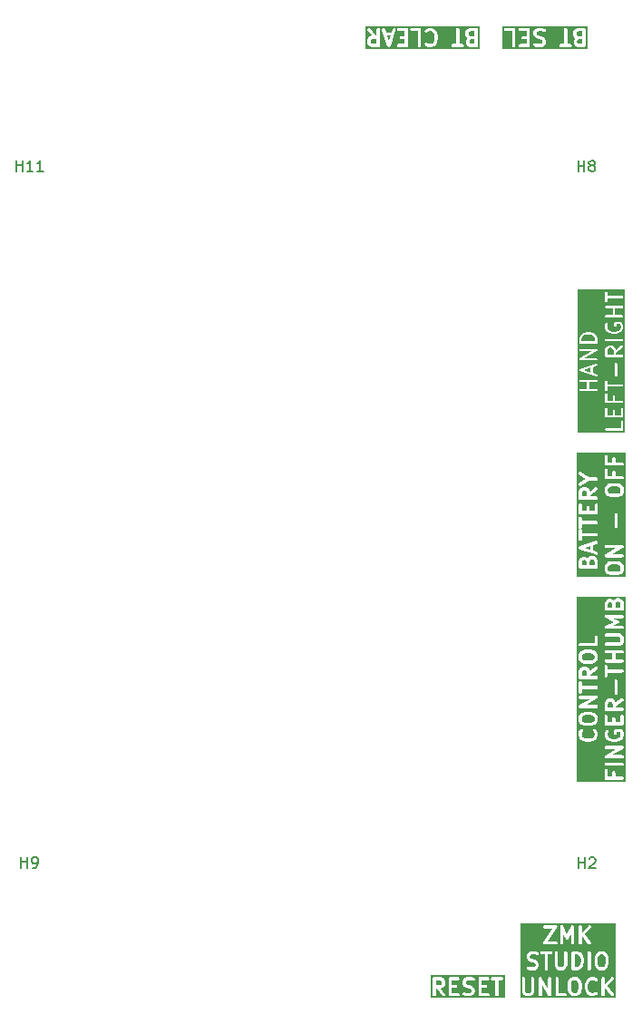
<source format=gbr>
G04 #@! TF.GenerationSoftware,KiCad,Pcbnew,9.0.2*
G04 #@! TF.CreationDate,2025-10-03T15:53:04-04:00*
G04 #@! TF.ProjectId,Trackball,54726163-6b62-4616-9c6c-2e6b69636164,rev?*
G04 #@! TF.SameCoordinates,Original*
G04 #@! TF.FileFunction,Legend,Top*
G04 #@! TF.FilePolarity,Positive*
%FSLAX46Y46*%
G04 Gerber Fmt 4.6, Leading zero omitted, Abs format (unit mm)*
G04 Created by KiCad (PCBNEW 9.0.2) date 2025-10-03 15:53:04*
%MOMM*%
%LPD*%
G01*
G04 APERTURE LIST*
%ADD10C,0.300000*%
%ADD11C,0.200000*%
%ADD12C,0.150000*%
G04 APERTURE END LIST*
D10*
G36*
X91785714Y-57649171D02*
G01*
X91471124Y-57649171D01*
X91381710Y-57604463D01*
X91344706Y-57567460D01*
X91299999Y-57478046D01*
X91299999Y-57406010D01*
X91344705Y-57316596D01*
X91381710Y-57279592D01*
X91471124Y-57234885D01*
X91785714Y-57234885D01*
X91785714Y-57649171D01*
G37*
G36*
X91785714Y-56934885D02*
G01*
X91460057Y-56934885D01*
X91302454Y-56882351D01*
X91273276Y-56853173D01*
X91228571Y-56763761D01*
X91228571Y-56620294D01*
X91273276Y-56530883D01*
X91310281Y-56493878D01*
X91399695Y-56449171D01*
X91785714Y-56449171D01*
X91785714Y-56934885D01*
G37*
G36*
X92252381Y-58115838D02*
G01*
X84336215Y-58115838D01*
X84336215Y-56269907D01*
X84502882Y-56269907D01*
X84502882Y-56328435D01*
X84525280Y-56382507D01*
X84566664Y-56423891D01*
X84620736Y-56446289D01*
X84650000Y-56449171D01*
X85214286Y-56449171D01*
X85214286Y-57799171D01*
X85217168Y-57828435D01*
X85239566Y-57882507D01*
X85280950Y-57923891D01*
X85335022Y-57946289D01*
X85393550Y-57946289D01*
X85447622Y-57923891D01*
X85489006Y-57882507D01*
X85511404Y-57828435D01*
X85514286Y-57799171D01*
X85514286Y-56299171D01*
X85511404Y-56269907D01*
X85860025Y-56269907D01*
X85860025Y-56328435D01*
X85882423Y-56382507D01*
X85923807Y-56423891D01*
X85977879Y-56446289D01*
X86007143Y-56449171D01*
X86571429Y-56449171D01*
X86571429Y-56934885D01*
X86221429Y-56934885D01*
X86192165Y-56937767D01*
X86138093Y-56960165D01*
X86096709Y-57001549D01*
X86074311Y-57055621D01*
X86074311Y-57114149D01*
X86096709Y-57168221D01*
X86138093Y-57209605D01*
X86192165Y-57232003D01*
X86221429Y-57234885D01*
X86571429Y-57234885D01*
X86571429Y-57649171D01*
X86007143Y-57649171D01*
X85977879Y-57652053D01*
X85923807Y-57674451D01*
X85882423Y-57715835D01*
X85860025Y-57769907D01*
X85860025Y-57828435D01*
X85882423Y-57882507D01*
X85923807Y-57923891D01*
X85977879Y-57946289D01*
X86007143Y-57949171D01*
X86721429Y-57949171D01*
X86750693Y-57946289D01*
X86804765Y-57923891D01*
X86846149Y-57882507D01*
X86868547Y-57828435D01*
X86871429Y-57799171D01*
X86871429Y-56584885D01*
X87214285Y-56584885D01*
X87214285Y-56727742D01*
X87217167Y-56757006D01*
X87219228Y-56761983D01*
X87219611Y-56767361D01*
X87230121Y-56794824D01*
X87301550Y-56937682D01*
X87309478Y-56950277D01*
X87310994Y-56953936D01*
X87314373Y-56958053D01*
X87317215Y-56962568D01*
X87320209Y-56965164D01*
X87329649Y-56976667D01*
X87401078Y-57048095D01*
X87412578Y-57057533D01*
X87415175Y-57060527D01*
X87419687Y-57063367D01*
X87423808Y-57066749D01*
X87427467Y-57068264D01*
X87440061Y-57076192D01*
X87582917Y-57147621D01*
X87585059Y-57148440D01*
X87585929Y-57149085D01*
X87598200Y-57153469D01*
X87610381Y-57158130D01*
X87611461Y-57158206D01*
X87613620Y-57158978D01*
X87883357Y-57226411D01*
X87989718Y-57279592D01*
X88026722Y-57316597D01*
X88071428Y-57406009D01*
X88071428Y-57478047D01*
X88026722Y-57567459D01*
X87989718Y-57604463D01*
X87900304Y-57649171D01*
X87602914Y-57649171D01*
X87411719Y-57585440D01*
X87383046Y-57578920D01*
X87324666Y-57583069D01*
X87272319Y-57609242D01*
X87233971Y-57653457D01*
X87215463Y-57708981D01*
X87219612Y-57767361D01*
X87245785Y-57819708D01*
X87290000Y-57858056D01*
X87316851Y-57870044D01*
X87531136Y-57941473D01*
X87545645Y-57944772D01*
X87549307Y-57946289D01*
X87554615Y-57946811D01*
X87559810Y-57947993D01*
X87563759Y-57947712D01*
X87578571Y-57949171D01*
X87935714Y-57949171D01*
X87964978Y-57946289D01*
X87969958Y-57944225D01*
X87975333Y-57943844D01*
X88002796Y-57933335D01*
X88145653Y-57861906D01*
X88158248Y-57853977D01*
X88161905Y-57852463D01*
X88166022Y-57849083D01*
X88170539Y-57846241D01*
X88173136Y-57843246D01*
X88184636Y-57833809D01*
X88248539Y-57769907D01*
X89645739Y-57769907D01*
X89645739Y-57828435D01*
X89668137Y-57882507D01*
X89709521Y-57923891D01*
X89763593Y-57946289D01*
X89792857Y-57949171D01*
X90649999Y-57949171D01*
X90679263Y-57946289D01*
X90733335Y-57923891D01*
X90774719Y-57882507D01*
X90797117Y-57828435D01*
X90797117Y-57769907D01*
X90774719Y-57715835D01*
X90733335Y-57674451D01*
X90679263Y-57652053D01*
X90649999Y-57649171D01*
X90371428Y-57649171D01*
X90371428Y-56584885D01*
X90928571Y-56584885D01*
X90928571Y-56799171D01*
X90931453Y-56828435D01*
X90933515Y-56833413D01*
X90933897Y-56838789D01*
X90944407Y-56866253D01*
X91015835Y-57009110D01*
X91023762Y-57021703D01*
X91025278Y-57025363D01*
X91028659Y-57029482D01*
X91031500Y-57033996D01*
X91034493Y-57036592D01*
X91043933Y-57048094D01*
X91115362Y-57119523D01*
X91116544Y-57120493D01*
X91115363Y-57121675D01*
X91105923Y-57133177D01*
X91102929Y-57135774D01*
X91100087Y-57140288D01*
X91096708Y-57144406D01*
X91095192Y-57148064D01*
X91087264Y-57160660D01*
X91015835Y-57303518D01*
X91005325Y-57330981D01*
X91004942Y-57336358D01*
X91002881Y-57341336D01*
X90999999Y-57370600D01*
X90999999Y-57513457D01*
X91002881Y-57542721D01*
X91004944Y-57547701D01*
X91005326Y-57553076D01*
X91015835Y-57580539D01*
X91087264Y-57723396D01*
X91095192Y-57735991D01*
X91096708Y-57739650D01*
X91100087Y-57743767D01*
X91102929Y-57748282D01*
X91105923Y-57750878D01*
X91115363Y-57762381D01*
X91186792Y-57833809D01*
X91198292Y-57843247D01*
X91200889Y-57846241D01*
X91205401Y-57849081D01*
X91209522Y-57852463D01*
X91213181Y-57853978D01*
X91225775Y-57861906D01*
X91368631Y-57933335D01*
X91396095Y-57943844D01*
X91401469Y-57944225D01*
X91406450Y-57946289D01*
X91435714Y-57949171D01*
X91935714Y-57949171D01*
X91964978Y-57946289D01*
X92019050Y-57923891D01*
X92060434Y-57882507D01*
X92082832Y-57828435D01*
X92085714Y-57799171D01*
X92085714Y-56299171D01*
X92082832Y-56269907D01*
X92060434Y-56215835D01*
X92019050Y-56174451D01*
X91964978Y-56152053D01*
X91935714Y-56149171D01*
X91364285Y-56149171D01*
X91335021Y-56152053D01*
X91330040Y-56154116D01*
X91324666Y-56154498D01*
X91297202Y-56165007D01*
X91154346Y-56236436D01*
X91141752Y-56244363D01*
X91138093Y-56245879D01*
X91133972Y-56249260D01*
X91129460Y-56252101D01*
X91126863Y-56255094D01*
X91115363Y-56264533D01*
X91043934Y-56335961D01*
X91034494Y-56347463D01*
X91031500Y-56350060D01*
X91028658Y-56354574D01*
X91025279Y-56358692D01*
X91023763Y-56362350D01*
X91015835Y-56374946D01*
X90944407Y-56517803D01*
X90933897Y-56545267D01*
X90933515Y-56550642D01*
X90931453Y-56555621D01*
X90928571Y-56584885D01*
X90371428Y-56584885D01*
X90371428Y-56299171D01*
X90368546Y-56269907D01*
X90346148Y-56215835D01*
X90304764Y-56174451D01*
X90250692Y-56152053D01*
X90192164Y-56152053D01*
X90138092Y-56174451D01*
X90096708Y-56215835D01*
X90074310Y-56269907D01*
X90071428Y-56299171D01*
X90071428Y-57649171D01*
X89792857Y-57649171D01*
X89763593Y-57652053D01*
X89709521Y-57674451D01*
X89668137Y-57715835D01*
X89645739Y-57769907D01*
X88248539Y-57769907D01*
X88256065Y-57762381D01*
X88265507Y-57750875D01*
X88268499Y-57748281D01*
X88271338Y-57743770D01*
X88274720Y-57739650D01*
X88276235Y-57735990D01*
X88284164Y-57723396D01*
X88355592Y-57580538D01*
X88366102Y-57553075D01*
X88366483Y-57547699D01*
X88368546Y-57542721D01*
X88371428Y-57513457D01*
X88371428Y-57370600D01*
X88368546Y-57341336D01*
X88366483Y-57336357D01*
X88366102Y-57330982D01*
X88355593Y-57303519D01*
X88284164Y-57160661D01*
X88276235Y-57148064D01*
X88274720Y-57144406D01*
X88271341Y-57140289D01*
X88268500Y-57135775D01*
X88265504Y-57133177D01*
X88256065Y-57121675D01*
X88184636Y-57050247D01*
X88173136Y-57040809D01*
X88170539Y-57037815D01*
X88166022Y-57034972D01*
X88161905Y-57031593D01*
X88158248Y-57030078D01*
X88145653Y-57022150D01*
X88002796Y-56950721D01*
X88000655Y-56949901D01*
X87999785Y-56949257D01*
X87987507Y-56944870D01*
X87975333Y-56940212D01*
X87974252Y-56940135D01*
X87972094Y-56939364D01*
X87702356Y-56871929D01*
X87595996Y-56818749D01*
X87558991Y-56781745D01*
X87514285Y-56692332D01*
X87514285Y-56620295D01*
X87558992Y-56530881D01*
X87595996Y-56493878D01*
X87685410Y-56449171D01*
X87982802Y-56449171D01*
X88173993Y-56512902D01*
X88202667Y-56519422D01*
X88261047Y-56515273D01*
X88313394Y-56489100D01*
X88351742Y-56444885D01*
X88370250Y-56389361D01*
X88366101Y-56330981D01*
X88339927Y-56278634D01*
X88295713Y-56240286D01*
X88268862Y-56228298D01*
X88054578Y-56156869D01*
X88040068Y-56153569D01*
X88036407Y-56152053D01*
X88031098Y-56151530D01*
X88025904Y-56150349D01*
X88021954Y-56150629D01*
X88007143Y-56149171D01*
X87650000Y-56149171D01*
X87620736Y-56152053D01*
X87615755Y-56154116D01*
X87610381Y-56154498D01*
X87582917Y-56165007D01*
X87440061Y-56236436D01*
X87427467Y-56244363D01*
X87423808Y-56245879D01*
X87419687Y-56249260D01*
X87415175Y-56252101D01*
X87412578Y-56255094D01*
X87401078Y-56264533D01*
X87329649Y-56335961D01*
X87320209Y-56347463D01*
X87317215Y-56350060D01*
X87314373Y-56354574D01*
X87310994Y-56358692D01*
X87309478Y-56362350D01*
X87301550Y-56374946D01*
X87230121Y-56517803D01*
X87219612Y-56545266D01*
X87219230Y-56550640D01*
X87217167Y-56555621D01*
X87214285Y-56584885D01*
X86871429Y-56584885D01*
X86871429Y-56299171D01*
X86868547Y-56269907D01*
X86846149Y-56215835D01*
X86804765Y-56174451D01*
X86750693Y-56152053D01*
X86721429Y-56149171D01*
X86007143Y-56149171D01*
X85977879Y-56152053D01*
X85923807Y-56174451D01*
X85882423Y-56215835D01*
X85860025Y-56269907D01*
X85511404Y-56269907D01*
X85489006Y-56215835D01*
X85447622Y-56174451D01*
X85393550Y-56152053D01*
X85364286Y-56149171D01*
X84650000Y-56149171D01*
X84620736Y-56152053D01*
X84566664Y-56174451D01*
X84525280Y-56215835D01*
X84502882Y-56269907D01*
X84336215Y-56269907D01*
X84336215Y-55982504D01*
X92252381Y-55982504D01*
X92252381Y-58115838D01*
G37*
G36*
X91275432Y-145095535D02*
G01*
X91371698Y-145191801D01*
X91428572Y-145419292D01*
X91428572Y-145882363D01*
X91371698Y-146109854D01*
X91275431Y-146206122D01*
X91186019Y-146250828D01*
X90971125Y-146250828D01*
X90881711Y-146206121D01*
X90785444Y-146109854D01*
X90728572Y-145882364D01*
X90728572Y-145419291D01*
X90785444Y-145191802D01*
X90881711Y-145095534D01*
X90971125Y-145050828D01*
X91186019Y-145050828D01*
X91275432Y-145095535D01*
G37*
G36*
X91426114Y-142688445D02*
G01*
X91526721Y-142789052D01*
X91579900Y-142895411D01*
X91642856Y-143147232D01*
X91642856Y-143324591D01*
X91579900Y-143576412D01*
X91526721Y-143682772D01*
X91426115Y-143783378D01*
X91268513Y-143835912D01*
X91085713Y-143835912D01*
X91085713Y-142635912D01*
X91268516Y-142635912D01*
X91426114Y-142688445D01*
G37*
G36*
X93775431Y-142680619D02*
G01*
X93871697Y-142776885D01*
X93928571Y-143004376D01*
X93928571Y-143467447D01*
X93871697Y-143694938D01*
X93775430Y-143791206D01*
X93686018Y-143835912D01*
X93471124Y-143835912D01*
X93381710Y-143791205D01*
X93285443Y-143694938D01*
X93228571Y-143467448D01*
X93228571Y-143004375D01*
X93285443Y-142776886D01*
X93381710Y-142680618D01*
X93471124Y-142635912D01*
X93686018Y-142635912D01*
X93775431Y-142680619D01*
G37*
G36*
X94895017Y-146717495D02*
G01*
X85976189Y-146717495D01*
X85976189Y-144900828D01*
X86142856Y-144900828D01*
X86142856Y-146115114D01*
X86145738Y-146144378D01*
X86147801Y-146149358D01*
X86148183Y-146154733D01*
X86158692Y-146182196D01*
X86230121Y-146325053D01*
X86238048Y-146337646D01*
X86239564Y-146341306D01*
X86242945Y-146345425D01*
X86245786Y-146349939D01*
X86248779Y-146352535D01*
X86258219Y-146364037D01*
X86329648Y-146435466D01*
X86341152Y-146444907D01*
X86343747Y-146447899D01*
X86348256Y-146450737D01*
X86352379Y-146454121D01*
X86356040Y-146455637D01*
X86368632Y-146463564D01*
X86511490Y-146534992D01*
X86538953Y-146545502D01*
X86544328Y-146545883D01*
X86549307Y-146547946D01*
X86578571Y-146550828D01*
X86864285Y-146550828D01*
X86893549Y-146547946D01*
X86898527Y-146545883D01*
X86903903Y-146545502D01*
X86931367Y-146534992D01*
X87074224Y-146463564D01*
X87086817Y-146455636D01*
X87090477Y-146454121D01*
X87094596Y-146450739D01*
X87099110Y-146447899D01*
X87101706Y-146444905D01*
X87113208Y-146435466D01*
X87184637Y-146364037D01*
X87194078Y-146352532D01*
X87197070Y-146349938D01*
X87199908Y-146345428D01*
X87203292Y-146341306D01*
X87204808Y-146337644D01*
X87212735Y-146325053D01*
X87284163Y-146182195D01*
X87294673Y-146154732D01*
X87295054Y-146149356D01*
X87297117Y-146144378D01*
X87299999Y-146115114D01*
X87299999Y-144900828D01*
X87714285Y-144900828D01*
X87714285Y-146400828D01*
X87717167Y-146430092D01*
X87739565Y-146484164D01*
X87780949Y-146525548D01*
X87835021Y-146547946D01*
X87893549Y-146547946D01*
X87947621Y-146525548D01*
X87989005Y-146484164D01*
X88011403Y-146430092D01*
X88014285Y-146400828D01*
X88014285Y-145465661D01*
X88591192Y-146475249D01*
X88595569Y-146481416D01*
X88596708Y-146484164D01*
X88599507Y-146486963D01*
X88608213Y-146499227D01*
X88623986Y-146511442D01*
X88638092Y-146525548D01*
X88646925Y-146529206D01*
X88654487Y-146535063D01*
X88673735Y-146540312D01*
X88692164Y-146547946D01*
X88701726Y-146547946D01*
X88710951Y-146550462D01*
X88730742Y-146547946D01*
X88750692Y-146547946D01*
X88759525Y-146544286D01*
X88769011Y-146543081D01*
X88786333Y-146533182D01*
X88804764Y-146525548D01*
X88811524Y-146518787D01*
X88819827Y-146514043D01*
X88832040Y-146498271D01*
X88846148Y-146484164D01*
X88849807Y-146475328D01*
X88855662Y-146467769D01*
X88860910Y-146448524D01*
X88868546Y-146430092D01*
X88870019Y-146415127D01*
X88871062Y-146411306D01*
X88870686Y-146408354D01*
X88871428Y-146400828D01*
X88871428Y-144900828D01*
X89285714Y-144900828D01*
X89285714Y-146400828D01*
X89288596Y-146430092D01*
X89310994Y-146484164D01*
X89352378Y-146525548D01*
X89406450Y-146547946D01*
X89435714Y-146550828D01*
X90150000Y-146550828D01*
X90179264Y-146547946D01*
X90233336Y-146525548D01*
X90274720Y-146484164D01*
X90297118Y-146430092D01*
X90297118Y-146371564D01*
X90274720Y-146317492D01*
X90233336Y-146276108D01*
X90179264Y-146253710D01*
X90150000Y-146250828D01*
X89585714Y-146250828D01*
X89585714Y-145400828D01*
X90428572Y-145400828D01*
X90428572Y-145900828D01*
X90429074Y-145905931D01*
X90428749Y-145908119D01*
X90430368Y-145919069D01*
X90431454Y-145930092D01*
X90432301Y-145932136D01*
X90433051Y-145937208D01*
X90504479Y-146222922D01*
X90514372Y-146250613D01*
X90521011Y-146259573D01*
X90525279Y-146269877D01*
X90543934Y-146292608D01*
X90686792Y-146435466D01*
X90698296Y-146444907D01*
X90700891Y-146447899D01*
X90705400Y-146450737D01*
X90709523Y-146454121D01*
X90713184Y-146455637D01*
X90725776Y-146463564D01*
X90868634Y-146534992D01*
X90896097Y-146545502D01*
X90901472Y-146545883D01*
X90906451Y-146547946D01*
X90935715Y-146550828D01*
X91221429Y-146550828D01*
X91250693Y-146547946D01*
X91255671Y-146545883D01*
X91261047Y-146545502D01*
X91288511Y-146534992D01*
X91431368Y-146463564D01*
X91443959Y-146455637D01*
X91447622Y-146454121D01*
X91451744Y-146450737D01*
X91456254Y-146447899D01*
X91458849Y-146444906D01*
X91470352Y-146435466D01*
X91613209Y-146292608D01*
X91631864Y-146269877D01*
X91636130Y-146259575D01*
X91642771Y-146250614D01*
X91652664Y-146222923D01*
X91724093Y-145937209D01*
X91724843Y-145932136D01*
X91725690Y-145930092D01*
X91726775Y-145919072D01*
X91728395Y-145908120D01*
X91728069Y-145905931D01*
X91728572Y-145900828D01*
X91728572Y-145543685D01*
X92000001Y-145543685D01*
X92000001Y-145757971D01*
X92000503Y-145763074D01*
X92000178Y-145765262D01*
X92001797Y-145776212D01*
X92002883Y-145787235D01*
X92003730Y-145789279D01*
X92004480Y-145794351D01*
X92075908Y-146080065D01*
X92076679Y-146082223D01*
X92076756Y-146083304D01*
X92081414Y-146095478D01*
X92085801Y-146107756D01*
X92086445Y-146108626D01*
X92087265Y-146110767D01*
X92158694Y-146253624D01*
X92166621Y-146266217D01*
X92168137Y-146269877D01*
X92171518Y-146273996D01*
X92174359Y-146278510D01*
X92177352Y-146281106D01*
X92186792Y-146292608D01*
X92329649Y-146435466D01*
X92352379Y-146454121D01*
X92357358Y-146456183D01*
X92361430Y-146459715D01*
X92388281Y-146471703D01*
X92602567Y-146543131D01*
X92617079Y-146546430D01*
X92620737Y-146547946D01*
X92626039Y-146548468D01*
X92631241Y-146549651D01*
X92635195Y-146549369D01*
X92650001Y-146550828D01*
X92792858Y-146550828D01*
X92807663Y-146549369D01*
X92811618Y-146549651D01*
X92816819Y-146548468D01*
X92822122Y-146547946D01*
X92825779Y-146546430D01*
X92840292Y-146543131D01*
X93054578Y-146471703D01*
X93081429Y-146459715D01*
X93085502Y-146456181D01*
X93090480Y-146454120D01*
X93113211Y-146435465D01*
X93184639Y-146364036D01*
X93203293Y-146341306D01*
X93225690Y-146287233D01*
X93225689Y-146228707D01*
X93203292Y-146174635D01*
X93161906Y-146133250D01*
X93107834Y-146110853D01*
X93049308Y-146110854D01*
X92995236Y-146133251D01*
X92972505Y-146151906D01*
X92926117Y-146198294D01*
X92768515Y-146250828D01*
X92674344Y-146250828D01*
X92516741Y-146198294D01*
X92416136Y-146097688D01*
X92362955Y-145991328D01*
X92300001Y-145739507D01*
X92300001Y-145562148D01*
X92362955Y-145310327D01*
X92416136Y-145203967D01*
X92516742Y-145103361D01*
X92674344Y-145050828D01*
X92768518Y-145050828D01*
X92926116Y-145103361D01*
X92972506Y-145149751D01*
X92995236Y-145168406D01*
X93049309Y-145190802D01*
X93107835Y-145190802D01*
X93161907Y-145168406D01*
X93203293Y-145127020D01*
X93225689Y-145072948D01*
X93225689Y-145014422D01*
X93203293Y-144960349D01*
X93184638Y-144937619D01*
X93147847Y-144900828D01*
X93571429Y-144900828D01*
X93571429Y-146400828D01*
X93574311Y-146430092D01*
X93596709Y-146484164D01*
X93638093Y-146525548D01*
X93692165Y-146547946D01*
X93750693Y-146547946D01*
X93804765Y-146525548D01*
X93846149Y-146484164D01*
X93868547Y-146430092D01*
X93871429Y-146400828D01*
X93871429Y-145820103D01*
X93919485Y-145772046D01*
X94458572Y-146490828D01*
X94478436Y-146512510D01*
X94528798Y-146542329D01*
X94586735Y-146550606D01*
X94643432Y-146536081D01*
X94690254Y-146500964D01*
X94720073Y-146450603D01*
X94728350Y-146392665D01*
X94713825Y-146335969D01*
X94698572Y-146310828D01*
X94133771Y-145557760D01*
X94684638Y-145006894D01*
X94703293Y-144984164D01*
X94725690Y-144930091D01*
X94725690Y-144871565D01*
X94703293Y-144817493D01*
X94661907Y-144776107D01*
X94607835Y-144753710D01*
X94549309Y-144753710D01*
X94495236Y-144776107D01*
X94472506Y-144794762D01*
X93871429Y-145395839D01*
X93871429Y-144900828D01*
X93868547Y-144871564D01*
X93846149Y-144817492D01*
X93804765Y-144776108D01*
X93750693Y-144753710D01*
X93692165Y-144753710D01*
X93638093Y-144776108D01*
X93596709Y-144817492D01*
X93574311Y-144871564D01*
X93571429Y-144900828D01*
X93147847Y-144900828D01*
X93113210Y-144866191D01*
X93090479Y-144847536D01*
X93085499Y-144845473D01*
X93081429Y-144841943D01*
X93054578Y-144829954D01*
X92840292Y-144758526D01*
X92825784Y-144755227D01*
X92822122Y-144753710D01*
X92816813Y-144753187D01*
X92811619Y-144752006D01*
X92807669Y-144752286D01*
X92792858Y-144750828D01*
X92650001Y-144750828D01*
X92635189Y-144752286D01*
X92631240Y-144752006D01*
X92626045Y-144753187D01*
X92620737Y-144753710D01*
X92617075Y-144755226D01*
X92602566Y-144758526D01*
X92388281Y-144829955D01*
X92361430Y-144841943D01*
X92357360Y-144845472D01*
X92352379Y-144847536D01*
X92329649Y-144866191D01*
X92186792Y-145009048D01*
X92177352Y-145020549D01*
X92174359Y-145023146D01*
X92171518Y-145027659D01*
X92168137Y-145031779D01*
X92166621Y-145035438D01*
X92158694Y-145048032D01*
X92087265Y-145190889D01*
X92086445Y-145193029D01*
X92085801Y-145193900D01*
X92081414Y-145206177D01*
X92076756Y-145218352D01*
X92076679Y-145219432D01*
X92075908Y-145221591D01*
X92004480Y-145507305D01*
X92003730Y-145512376D01*
X92002883Y-145514421D01*
X92001797Y-145525443D01*
X92000178Y-145536394D01*
X92000503Y-145538581D01*
X92000001Y-145543685D01*
X91728572Y-145543685D01*
X91728572Y-145400828D01*
X91728069Y-145395724D01*
X91728395Y-145393536D01*
X91726775Y-145382583D01*
X91725690Y-145371564D01*
X91724843Y-145369519D01*
X91724093Y-145364447D01*
X91652664Y-145078733D01*
X91642771Y-145051042D01*
X91636131Y-145042081D01*
X91631864Y-145031778D01*
X91613209Y-145009048D01*
X91470352Y-144866191D01*
X91458850Y-144856751D01*
X91456254Y-144853758D01*
X91451740Y-144850917D01*
X91447621Y-144847536D01*
X91443961Y-144846020D01*
X91431368Y-144838093D01*
X91288511Y-144766664D01*
X91261048Y-144756155D01*
X91255673Y-144755773D01*
X91250693Y-144753710D01*
X91221429Y-144750828D01*
X90935715Y-144750828D01*
X90906451Y-144753710D01*
X90901470Y-144755773D01*
X90896096Y-144756155D01*
X90868632Y-144766664D01*
X90725776Y-144838093D01*
X90713182Y-144846020D01*
X90709523Y-144847536D01*
X90705403Y-144850917D01*
X90700890Y-144853758D01*
X90698293Y-144856752D01*
X90686792Y-144866191D01*
X90543934Y-145009048D01*
X90525279Y-145031778D01*
X90521010Y-145042083D01*
X90514372Y-145051043D01*
X90504479Y-145078734D01*
X90433051Y-145364448D01*
X90432301Y-145369519D01*
X90431454Y-145371564D01*
X90430368Y-145382586D01*
X90428749Y-145393537D01*
X90429074Y-145395724D01*
X90428572Y-145400828D01*
X89585714Y-145400828D01*
X89585714Y-144900828D01*
X89582832Y-144871564D01*
X89560434Y-144817492D01*
X89519050Y-144776108D01*
X89464978Y-144753710D01*
X89406450Y-144753710D01*
X89352378Y-144776108D01*
X89310994Y-144817492D01*
X89288596Y-144871564D01*
X89285714Y-144900828D01*
X88871428Y-144900828D01*
X88868546Y-144871564D01*
X88846148Y-144817492D01*
X88804764Y-144776108D01*
X88750692Y-144753710D01*
X88692164Y-144753710D01*
X88638092Y-144776108D01*
X88596708Y-144817492D01*
X88574310Y-144871564D01*
X88571428Y-144900828D01*
X88571428Y-145835992D01*
X87994521Y-144826407D01*
X87990143Y-144820239D01*
X87989005Y-144817492D01*
X87986205Y-144814692D01*
X87977500Y-144802429D01*
X87961728Y-144790215D01*
X87947621Y-144776108D01*
X87938785Y-144772448D01*
X87931226Y-144766594D01*
X87911981Y-144761345D01*
X87893549Y-144753710D01*
X87883987Y-144753710D01*
X87874762Y-144751194D01*
X87854971Y-144753710D01*
X87835021Y-144753710D01*
X87826187Y-144757369D01*
X87816702Y-144758575D01*
X87799379Y-144768473D01*
X87780949Y-144776108D01*
X87774188Y-144782868D01*
X87765886Y-144787613D01*
X87753672Y-144803384D01*
X87739565Y-144817492D01*
X87735905Y-144826327D01*
X87730051Y-144833887D01*
X87724802Y-144853131D01*
X87717167Y-144871564D01*
X87715693Y-144886530D01*
X87714651Y-144890351D01*
X87715026Y-144893302D01*
X87714285Y-144900828D01*
X87299999Y-144900828D01*
X87297117Y-144871564D01*
X87274719Y-144817492D01*
X87233335Y-144776108D01*
X87179263Y-144753710D01*
X87120735Y-144753710D01*
X87066663Y-144776108D01*
X87025279Y-144817492D01*
X87002881Y-144871564D01*
X86999999Y-144900828D01*
X86999999Y-146079704D01*
X86955292Y-146169117D01*
X86918287Y-146206122D01*
X86828875Y-146250828D01*
X86613981Y-146250828D01*
X86524567Y-146206121D01*
X86487563Y-146169117D01*
X86442856Y-146079703D01*
X86442856Y-144900828D01*
X86439974Y-144871564D01*
X86417576Y-144817492D01*
X86376192Y-144776108D01*
X86322120Y-144753710D01*
X86263592Y-144753710D01*
X86209520Y-144776108D01*
X86168136Y-144817492D01*
X86145738Y-144871564D01*
X86142856Y-144900828D01*
X85976189Y-144900828D01*
X85976189Y-142771626D01*
X86571428Y-142771626D01*
X86571428Y-142914484D01*
X86574310Y-142943748D01*
X86576372Y-142948726D01*
X86576754Y-142954102D01*
X86587264Y-142981566D01*
X86658692Y-143124423D01*
X86666620Y-143137018D01*
X86668136Y-143140677D01*
X86671515Y-143144794D01*
X86674357Y-143149309D01*
X86677351Y-143151905D01*
X86686791Y-143163408D01*
X86758220Y-143234836D01*
X86769720Y-143244274D01*
X86772317Y-143247268D01*
X86776829Y-143250108D01*
X86780950Y-143253490D01*
X86784609Y-143255005D01*
X86797203Y-143262933D01*
X86940059Y-143334362D01*
X86942201Y-143335181D01*
X86943071Y-143335826D01*
X86955342Y-143340210D01*
X86967523Y-143344871D01*
X86968603Y-143344947D01*
X86970762Y-143345719D01*
X87240500Y-143413153D01*
X87346859Y-143466332D01*
X87383863Y-143503337D01*
X87428571Y-143592751D01*
X87428571Y-143664787D01*
X87383863Y-143754201D01*
X87346860Y-143791205D01*
X87257447Y-143835912D01*
X86960057Y-143835912D01*
X86768862Y-143772181D01*
X86740188Y-143765661D01*
X86681808Y-143769811D01*
X86629461Y-143795985D01*
X86591113Y-143840199D01*
X86572605Y-143895724D01*
X86576755Y-143954104D01*
X86602929Y-144006451D01*
X86647143Y-144044799D01*
X86673994Y-144056787D01*
X86888280Y-144128215D01*
X86902792Y-144131514D01*
X86906450Y-144133030D01*
X86911752Y-144133552D01*
X86916954Y-144134735D01*
X86920908Y-144134453D01*
X86935714Y-144135912D01*
X87292856Y-144135912D01*
X87322120Y-144133030D01*
X87327098Y-144130967D01*
X87332474Y-144130586D01*
X87359937Y-144120076D01*
X87502796Y-144048648D01*
X87515390Y-144040719D01*
X87519050Y-144039204D01*
X87523170Y-144035822D01*
X87527681Y-144032983D01*
X87530275Y-144029991D01*
X87541781Y-144020549D01*
X87613209Y-143949120D01*
X87622647Y-143937619D01*
X87625641Y-143935023D01*
X87628481Y-143930510D01*
X87631863Y-143926390D01*
X87633378Y-143922730D01*
X87641306Y-143910137D01*
X87712735Y-143767281D01*
X87723244Y-143739817D01*
X87723625Y-143734442D01*
X87725689Y-143729462D01*
X87728571Y-143700198D01*
X87728571Y-143557341D01*
X87725689Y-143528077D01*
X87723625Y-143523096D01*
X87723244Y-143517722D01*
X87712735Y-143490258D01*
X87641306Y-143347402D01*
X87633378Y-143334808D01*
X87631863Y-143331149D01*
X87628481Y-143327028D01*
X87625641Y-143322516D01*
X87622647Y-143319919D01*
X87613209Y-143308419D01*
X87541781Y-143236990D01*
X87530278Y-143227550D01*
X87527682Y-143224556D01*
X87523167Y-143221714D01*
X87519050Y-143218335D01*
X87515391Y-143216819D01*
X87502796Y-143208891D01*
X87359938Y-143137462D01*
X87357797Y-143136642D01*
X87356927Y-143135998D01*
X87344671Y-143131619D01*
X87332475Y-143126952D01*
X87331391Y-143126875D01*
X87329236Y-143126105D01*
X87059498Y-143058670D01*
X86953138Y-143005490D01*
X86916133Y-142968485D01*
X86871428Y-142879074D01*
X86871428Y-142807035D01*
X86916133Y-142717624D01*
X86953138Y-142680619D01*
X87042552Y-142635912D01*
X87339945Y-142635912D01*
X87531136Y-142699643D01*
X87559810Y-142706163D01*
X87618190Y-142702014D01*
X87670537Y-142675840D01*
X87708885Y-142631626D01*
X87727393Y-142576102D01*
X87723244Y-142517722D01*
X87697070Y-142465374D01*
X87687009Y-142456648D01*
X87860024Y-142456648D01*
X87860024Y-142515176D01*
X87882422Y-142569248D01*
X87923806Y-142610632D01*
X87977878Y-142633030D01*
X88007142Y-142635912D01*
X88285713Y-142635912D01*
X88285713Y-143985912D01*
X88288595Y-144015176D01*
X88310993Y-144069248D01*
X88352377Y-144110632D01*
X88406449Y-144133030D01*
X88464977Y-144133030D01*
X88519049Y-144110632D01*
X88560433Y-144069248D01*
X88582831Y-144015176D01*
X88585713Y-143985912D01*
X88585713Y-142635912D01*
X88864285Y-142635912D01*
X88893549Y-142633030D01*
X88947621Y-142610632D01*
X88989005Y-142569248D01*
X89011403Y-142515176D01*
X89011403Y-142485912D01*
X89214284Y-142485912D01*
X89214284Y-143700198D01*
X89217166Y-143729462D01*
X89219229Y-143734442D01*
X89219611Y-143739817D01*
X89230120Y-143767280D01*
X89301549Y-143910137D01*
X89309476Y-143922730D01*
X89310992Y-143926390D01*
X89314373Y-143930509D01*
X89317214Y-143935023D01*
X89320207Y-143937619D01*
X89329647Y-143949121D01*
X89401076Y-144020550D01*
X89412580Y-144029991D01*
X89415175Y-144032983D01*
X89419684Y-144035821D01*
X89423807Y-144039205D01*
X89427468Y-144040721D01*
X89440060Y-144048648D01*
X89582918Y-144120076D01*
X89610381Y-144130586D01*
X89615756Y-144130967D01*
X89620735Y-144133030D01*
X89649999Y-144135912D01*
X89935713Y-144135912D01*
X89964977Y-144133030D01*
X89969955Y-144130967D01*
X89975331Y-144130586D01*
X90002795Y-144120076D01*
X90145652Y-144048648D01*
X90158245Y-144040720D01*
X90161905Y-144039205D01*
X90166024Y-144035823D01*
X90170538Y-144032983D01*
X90173134Y-144029989D01*
X90184636Y-144020550D01*
X90256065Y-143949121D01*
X90265506Y-143937616D01*
X90268498Y-143935022D01*
X90271336Y-143930512D01*
X90274720Y-143926390D01*
X90276236Y-143922728D01*
X90284163Y-143910137D01*
X90355591Y-143767279D01*
X90366101Y-143739816D01*
X90366482Y-143734440D01*
X90368545Y-143729462D01*
X90371427Y-143700198D01*
X90371427Y-142485912D01*
X90785713Y-142485912D01*
X90785713Y-143985912D01*
X90788595Y-144015176D01*
X90810993Y-144069248D01*
X90852377Y-144110632D01*
X90906449Y-144133030D01*
X90935713Y-144135912D01*
X91292856Y-144135912D01*
X91307661Y-144134453D01*
X91311616Y-144134735D01*
X91316817Y-144133552D01*
X91322120Y-144133030D01*
X91325777Y-144131514D01*
X91340290Y-144128215D01*
X91554576Y-144056787D01*
X91581427Y-144044799D01*
X91585498Y-144041267D01*
X91590478Y-144039205D01*
X91613208Y-144020550D01*
X91756065Y-143877692D01*
X91765503Y-143866190D01*
X91768498Y-143863594D01*
X91771338Y-143859080D01*
X91774720Y-143854961D01*
X91776235Y-143851301D01*
X91784163Y-143838708D01*
X91855592Y-143695852D01*
X91856411Y-143693709D01*
X91857056Y-143692840D01*
X91861440Y-143680568D01*
X91866101Y-143668388D01*
X91866177Y-143667307D01*
X91866949Y-143665149D01*
X91938377Y-143379435D01*
X91939126Y-143374363D01*
X91939974Y-143372319D01*
X91941059Y-143361296D01*
X91942679Y-143350346D01*
X91942353Y-143348158D01*
X91942856Y-143343055D01*
X91942856Y-143128769D01*
X91942353Y-143123665D01*
X91942679Y-143121478D01*
X91941059Y-143110527D01*
X91939974Y-143099505D01*
X91939126Y-143097460D01*
X91938377Y-143092389D01*
X91866949Y-142806675D01*
X91866177Y-142804516D01*
X91866101Y-142803436D01*
X91861440Y-142791255D01*
X91857056Y-142778984D01*
X91856411Y-142778114D01*
X91855592Y-142775972D01*
X91784163Y-142633116D01*
X91776236Y-142620524D01*
X91774720Y-142616862D01*
X91771336Y-142612739D01*
X91768498Y-142608230D01*
X91765505Y-142605634D01*
X91756065Y-142594132D01*
X91647845Y-142485912D01*
X92285713Y-142485912D01*
X92285713Y-143985912D01*
X92288595Y-144015176D01*
X92310993Y-144069248D01*
X92352377Y-144110632D01*
X92406449Y-144133030D01*
X92464977Y-144133030D01*
X92519049Y-144110632D01*
X92560433Y-144069248D01*
X92582831Y-144015176D01*
X92585713Y-143985912D01*
X92585713Y-142985912D01*
X92928571Y-142985912D01*
X92928571Y-143485912D01*
X92929073Y-143491015D01*
X92928748Y-143493203D01*
X92930367Y-143504153D01*
X92931453Y-143515176D01*
X92932300Y-143517220D01*
X92933050Y-143522292D01*
X93004478Y-143808006D01*
X93014371Y-143835697D01*
X93021010Y-143844657D01*
X93025278Y-143854961D01*
X93043933Y-143877692D01*
X93186791Y-144020550D01*
X93198295Y-144029991D01*
X93200890Y-144032983D01*
X93205399Y-144035821D01*
X93209522Y-144039205D01*
X93213183Y-144040721D01*
X93225775Y-144048648D01*
X93368633Y-144120076D01*
X93396096Y-144130586D01*
X93401471Y-144130967D01*
X93406450Y-144133030D01*
X93435714Y-144135912D01*
X93721428Y-144135912D01*
X93750692Y-144133030D01*
X93755670Y-144130967D01*
X93761046Y-144130586D01*
X93788510Y-144120076D01*
X93931367Y-144048648D01*
X93943958Y-144040721D01*
X93947621Y-144039205D01*
X93951743Y-144035821D01*
X93956253Y-144032983D01*
X93958848Y-144029990D01*
X93970351Y-144020550D01*
X94113208Y-143877692D01*
X94131863Y-143854961D01*
X94136129Y-143844659D01*
X94142770Y-143835698D01*
X94152663Y-143808007D01*
X94224092Y-143522293D01*
X94224842Y-143517220D01*
X94225689Y-143515176D01*
X94226774Y-143504156D01*
X94228394Y-143493204D01*
X94228068Y-143491015D01*
X94228571Y-143485912D01*
X94228571Y-142985912D01*
X94228068Y-142980808D01*
X94228394Y-142978620D01*
X94226774Y-142967667D01*
X94225689Y-142956648D01*
X94224842Y-142954603D01*
X94224092Y-142949531D01*
X94152663Y-142663817D01*
X94142770Y-142636126D01*
X94136130Y-142627165D01*
X94131863Y-142616862D01*
X94113208Y-142594132D01*
X93970351Y-142451275D01*
X93958849Y-142441835D01*
X93956253Y-142438842D01*
X93951739Y-142436001D01*
X93947620Y-142432620D01*
X93943960Y-142431104D01*
X93931367Y-142423177D01*
X93788510Y-142351748D01*
X93761047Y-142341239D01*
X93755672Y-142340857D01*
X93750692Y-142338794D01*
X93721428Y-142335912D01*
X93435714Y-142335912D01*
X93406450Y-142338794D01*
X93401469Y-142340857D01*
X93396095Y-142341239D01*
X93368631Y-142351748D01*
X93225775Y-142423177D01*
X93213181Y-142431104D01*
X93209522Y-142432620D01*
X93205402Y-142436001D01*
X93200889Y-142438842D01*
X93198292Y-142441836D01*
X93186791Y-142451275D01*
X93043933Y-142594132D01*
X93025278Y-142616862D01*
X93021009Y-142627167D01*
X93014371Y-142636127D01*
X93004478Y-142663818D01*
X92933050Y-142949532D01*
X92932300Y-142954603D01*
X92931453Y-142956648D01*
X92930367Y-142967670D01*
X92928748Y-142978621D01*
X92929073Y-142980808D01*
X92928571Y-142985912D01*
X92585713Y-142985912D01*
X92585713Y-142485912D01*
X92582831Y-142456648D01*
X92560433Y-142402576D01*
X92519049Y-142361192D01*
X92464977Y-142338794D01*
X92406449Y-142338794D01*
X92352377Y-142361192D01*
X92310993Y-142402576D01*
X92288595Y-142456648D01*
X92285713Y-142485912D01*
X91647845Y-142485912D01*
X91613208Y-142451275D01*
X91590477Y-142432620D01*
X91585497Y-142430557D01*
X91581427Y-142427027D01*
X91554576Y-142415038D01*
X91340290Y-142343610D01*
X91325782Y-142340311D01*
X91322120Y-142338794D01*
X91316811Y-142338271D01*
X91311617Y-142337090D01*
X91307667Y-142337370D01*
X91292856Y-142335912D01*
X90935713Y-142335912D01*
X90906449Y-142338794D01*
X90852377Y-142361192D01*
X90810993Y-142402576D01*
X90788595Y-142456648D01*
X90785713Y-142485912D01*
X90371427Y-142485912D01*
X90368545Y-142456648D01*
X90346147Y-142402576D01*
X90304763Y-142361192D01*
X90250691Y-142338794D01*
X90192163Y-142338794D01*
X90138091Y-142361192D01*
X90096707Y-142402576D01*
X90074309Y-142456648D01*
X90071427Y-142485912D01*
X90071427Y-143664788D01*
X90026720Y-143754201D01*
X89989715Y-143791206D01*
X89900303Y-143835912D01*
X89685409Y-143835912D01*
X89595995Y-143791205D01*
X89558991Y-143754201D01*
X89514284Y-143664787D01*
X89514284Y-142485912D01*
X89511402Y-142456648D01*
X89489004Y-142402576D01*
X89447620Y-142361192D01*
X89393548Y-142338794D01*
X89335020Y-142338794D01*
X89280948Y-142361192D01*
X89239564Y-142402576D01*
X89217166Y-142456648D01*
X89214284Y-142485912D01*
X89011403Y-142485912D01*
X89011403Y-142456648D01*
X88989005Y-142402576D01*
X88947621Y-142361192D01*
X88893549Y-142338794D01*
X88864285Y-142335912D01*
X88007142Y-142335912D01*
X87977878Y-142338794D01*
X87923806Y-142361192D01*
X87882422Y-142402576D01*
X87860024Y-142456648D01*
X87687009Y-142456648D01*
X87652856Y-142427027D01*
X87626005Y-142415038D01*
X87411719Y-142343610D01*
X87397211Y-142340311D01*
X87393549Y-142338794D01*
X87388240Y-142338271D01*
X87383046Y-142337090D01*
X87379096Y-142337370D01*
X87364285Y-142335912D01*
X87007142Y-142335912D01*
X86977878Y-142338794D01*
X86972897Y-142340857D01*
X86967523Y-142341239D01*
X86940059Y-142351748D01*
X86797203Y-142423177D01*
X86784609Y-142431104D01*
X86780950Y-142432620D01*
X86776829Y-142436001D01*
X86772317Y-142438842D01*
X86769720Y-142441835D01*
X86758220Y-142451274D01*
X86686791Y-142522702D01*
X86677351Y-142534204D01*
X86674357Y-142536801D01*
X86671515Y-142541315D01*
X86668136Y-142545433D01*
X86666620Y-142549091D01*
X86658692Y-142561687D01*
X86587264Y-142704544D01*
X86576754Y-142732008D01*
X86576372Y-142737383D01*
X86574310Y-142742362D01*
X86571428Y-142771626D01*
X85976189Y-142771626D01*
X85976189Y-141571154D01*
X88142857Y-141571154D01*
X88145739Y-141585563D01*
X88145739Y-141600260D01*
X88151422Y-141613980D01*
X88154335Y-141628543D01*
X88162513Y-141640755D01*
X88168137Y-141654332D01*
X88178635Y-141664830D01*
X88186901Y-141677173D01*
X88199131Y-141685326D01*
X88209521Y-141695716D01*
X88223242Y-141701399D01*
X88235600Y-141709638D01*
X88250014Y-141712489D01*
X88263593Y-141718114D01*
X88292857Y-141720996D01*
X88293015Y-141720996D01*
X89292857Y-141720996D01*
X89322121Y-141718114D01*
X89376193Y-141695716D01*
X89417577Y-141654332D01*
X89439975Y-141600260D01*
X89439975Y-141541732D01*
X89417577Y-141487660D01*
X89376193Y-141446276D01*
X89322121Y-141423878D01*
X89292857Y-141420996D01*
X88573135Y-141420996D01*
X89417665Y-140154201D01*
X89431500Y-140128253D01*
X89434352Y-140113834D01*
X89439975Y-140100260D01*
X89439975Y-140085407D01*
X89442826Y-140070996D01*
X89714285Y-140070996D01*
X89714285Y-141570996D01*
X89717167Y-141600260D01*
X89739565Y-141654332D01*
X89780949Y-141695716D01*
X89835021Y-141718114D01*
X89893549Y-141718114D01*
X89947621Y-141695716D01*
X89989005Y-141654332D01*
X90011403Y-141600260D01*
X90014285Y-141570996D01*
X90014285Y-140747129D01*
X90228358Y-141205858D01*
X90234704Y-141216571D01*
X90236025Y-141220203D01*
X90238376Y-141222771D01*
X90243345Y-141231158D01*
X90260150Y-141246548D01*
X90275552Y-141263366D01*
X90281595Y-141266186D01*
X90286508Y-141270685D01*
X90307928Y-141278474D01*
X90328590Y-141288116D01*
X90335247Y-141288408D01*
X90341510Y-141290686D01*
X90364289Y-141289685D01*
X90387060Y-141290686D01*
X90393319Y-141288409D01*
X90399981Y-141288117D01*
X90420648Y-141278472D01*
X90442063Y-141270685D01*
X90446976Y-141266185D01*
X90453018Y-141263366D01*
X90468413Y-141246553D01*
X90485226Y-141231158D01*
X90490194Y-141222769D01*
X90492545Y-141220203D01*
X90493864Y-141216573D01*
X90500212Y-141205858D01*
X90714285Y-140747130D01*
X90714285Y-141570996D01*
X90717167Y-141600260D01*
X90739565Y-141654332D01*
X90780949Y-141695716D01*
X90835021Y-141718114D01*
X90893549Y-141718114D01*
X90947621Y-141695716D01*
X90989005Y-141654332D01*
X91011403Y-141600260D01*
X91014285Y-141570996D01*
X91014285Y-140070996D01*
X91428571Y-140070996D01*
X91428571Y-141570996D01*
X91431453Y-141600260D01*
X91453851Y-141654332D01*
X91495235Y-141695716D01*
X91549307Y-141718114D01*
X91607835Y-141718114D01*
X91661907Y-141695716D01*
X91703291Y-141654332D01*
X91725689Y-141600260D01*
X91728571Y-141570996D01*
X91728571Y-140990271D01*
X91776627Y-140942214D01*
X92315714Y-141660996D01*
X92335578Y-141682678D01*
X92385940Y-141712497D01*
X92443877Y-141720774D01*
X92500574Y-141706249D01*
X92547396Y-141671132D01*
X92577215Y-141620771D01*
X92585492Y-141562833D01*
X92570967Y-141506137D01*
X92555714Y-141480996D01*
X91990913Y-140727928D01*
X92541780Y-140177062D01*
X92560435Y-140154332D01*
X92582832Y-140100259D01*
X92582832Y-140041733D01*
X92560435Y-139987661D01*
X92519049Y-139946275D01*
X92464977Y-139923878D01*
X92406451Y-139923878D01*
X92352378Y-139946275D01*
X92329648Y-139964930D01*
X91728571Y-140566007D01*
X91728571Y-140070996D01*
X91725689Y-140041732D01*
X91703291Y-139987660D01*
X91661907Y-139946276D01*
X91607835Y-139923878D01*
X91549307Y-139923878D01*
X91495235Y-139946276D01*
X91453851Y-139987660D01*
X91431453Y-140041732D01*
X91428571Y-140070996D01*
X91014285Y-140070996D01*
X91012390Y-140051758D01*
X91012546Y-140048220D01*
X91011854Y-140046319D01*
X91011403Y-140041732D01*
X91001442Y-140017686D01*
X90992545Y-139993218D01*
X90990285Y-139990750D01*
X90989005Y-139987660D01*
X90970607Y-139969262D01*
X90953018Y-139950055D01*
X90949984Y-139948639D01*
X90947621Y-139946276D01*
X90923590Y-139936322D01*
X90899981Y-139925304D01*
X90896636Y-139925157D01*
X90893549Y-139923878D01*
X90867525Y-139923878D01*
X90841510Y-139922735D01*
X90838367Y-139923878D01*
X90835021Y-139923878D01*
X90810968Y-139933841D01*
X90786508Y-139942736D01*
X90784040Y-139944995D01*
X90780949Y-139946276D01*
X90762540Y-139964684D01*
X90743345Y-139982263D01*
X90740995Y-139986229D01*
X90739565Y-139987660D01*
X90738209Y-139990932D01*
X90728358Y-140007563D01*
X90364285Y-140787719D01*
X90000212Y-140007563D01*
X89990358Y-139990928D01*
X89989005Y-139987660D01*
X89987576Y-139986231D01*
X89985226Y-139982263D01*
X89966018Y-139964673D01*
X89947621Y-139946276D01*
X89944530Y-139944995D01*
X89942063Y-139942736D01*
X89917597Y-139933839D01*
X89893549Y-139923878D01*
X89890203Y-139923878D01*
X89887060Y-139922735D01*
X89861056Y-139923878D01*
X89835021Y-139923878D01*
X89831930Y-139925158D01*
X89828590Y-139925305D01*
X89804994Y-139936315D01*
X89780949Y-139946276D01*
X89778585Y-139948639D01*
X89775552Y-139950055D01*
X89757962Y-139969262D01*
X89739565Y-139987660D01*
X89738284Y-139990750D01*
X89736025Y-139993218D01*
X89727128Y-140017683D01*
X89717167Y-140041732D01*
X89716715Y-140046320D01*
X89716024Y-140048221D01*
X89716179Y-140051759D01*
X89714285Y-140070996D01*
X89442826Y-140070996D01*
X89442857Y-140070838D01*
X89439975Y-140056428D01*
X89439975Y-140041732D01*
X89434291Y-140028011D01*
X89431379Y-140013449D01*
X89423200Y-140001236D01*
X89417577Y-139987660D01*
X89407078Y-139977161D01*
X89398813Y-139964819D01*
X89386582Y-139956665D01*
X89376193Y-139946276D01*
X89362474Y-139940593D01*
X89350114Y-139932353D01*
X89335695Y-139929500D01*
X89322121Y-139923878D01*
X89292857Y-139920996D01*
X88292857Y-139920996D01*
X88263593Y-139923878D01*
X88209521Y-139946276D01*
X88168137Y-139987660D01*
X88145739Y-140041732D01*
X88145739Y-140100260D01*
X88168137Y-140154332D01*
X88209521Y-140195716D01*
X88263593Y-140218114D01*
X88292857Y-140220996D01*
X89012580Y-140220996D01*
X88168049Y-141487791D01*
X88154215Y-141513739D01*
X88151363Y-141528153D01*
X88145739Y-141541732D01*
X88145739Y-141556585D01*
X88142857Y-141571154D01*
X85976189Y-141571154D01*
X85976189Y-139754329D01*
X94895017Y-139754329D01*
X94895017Y-146717495D01*
G37*
D11*
G36*
X92562541Y-88318399D02*
G01*
X91907339Y-88099999D01*
X92562541Y-87881598D01*
X92562541Y-88318399D01*
G37*
G36*
X94589648Y-86075041D02*
G01*
X94638128Y-86123521D01*
X94691742Y-86230748D01*
X94691742Y-86678571D01*
X94106028Y-86678571D01*
X94106028Y-86230750D01*
X94159644Y-86123518D01*
X94208120Y-86075041D01*
X94315349Y-86021428D01*
X94482421Y-86021428D01*
X94589648Y-86075041D01*
G37*
G36*
X92699062Y-84837206D02*
G01*
X92817592Y-84896471D01*
X92932281Y-85011160D01*
X92991112Y-85187653D01*
X92991112Y-85428571D01*
X91691112Y-85428571D01*
X91691112Y-85187655D01*
X91749943Y-85011161D01*
X91864632Y-84896471D01*
X91983160Y-84837206D01*
X92246278Y-84771428D01*
X92435946Y-84771428D01*
X92699062Y-84837206D01*
G37*
G36*
X95772695Y-93902381D02*
G01*
X91324445Y-93902381D01*
X91324445Y-93616205D01*
X93907949Y-93616205D01*
X93907949Y-93655223D01*
X93922881Y-93691271D01*
X93950471Y-93718861D01*
X93986519Y-93733793D01*
X94006028Y-93735714D01*
X95506028Y-93735714D01*
X95525537Y-93733793D01*
X95561585Y-93718861D01*
X95589175Y-93691271D01*
X95604107Y-93655223D01*
X95606028Y-93635714D01*
X95606028Y-92921428D01*
X95604107Y-92901919D01*
X95589175Y-92865871D01*
X95561585Y-92838281D01*
X95525537Y-92823349D01*
X95486519Y-92823349D01*
X95450471Y-92838281D01*
X95422881Y-92865871D01*
X95407949Y-92901919D01*
X95406028Y-92921428D01*
X95406028Y-93535714D01*
X94006028Y-93535714D01*
X93986519Y-93537635D01*
X93950471Y-93552567D01*
X93922881Y-93580157D01*
X93907949Y-93616205D01*
X91324445Y-93616205D01*
X91324445Y-91707142D01*
X93906028Y-91707142D01*
X93906028Y-92421428D01*
X93907949Y-92440937D01*
X93922881Y-92476985D01*
X93950471Y-92504575D01*
X93986519Y-92519507D01*
X94006028Y-92521428D01*
X95506028Y-92521428D01*
X95525537Y-92519507D01*
X95561585Y-92504575D01*
X95589175Y-92476985D01*
X95604107Y-92440937D01*
X95606028Y-92421428D01*
X95606028Y-91707142D01*
X95604107Y-91687633D01*
X95589175Y-91651585D01*
X95561585Y-91623995D01*
X95525537Y-91609063D01*
X95486519Y-91609063D01*
X95450471Y-91623995D01*
X95422881Y-91651585D01*
X95407949Y-91687633D01*
X95406028Y-91707142D01*
X95406028Y-92321428D01*
X94820314Y-92321428D01*
X94820314Y-91921428D01*
X94818393Y-91901919D01*
X94803461Y-91865871D01*
X94775871Y-91838281D01*
X94739823Y-91823349D01*
X94700805Y-91823349D01*
X94664757Y-91838281D01*
X94637167Y-91865871D01*
X94622235Y-91901919D01*
X94620314Y-91921428D01*
X94620314Y-92321428D01*
X94106028Y-92321428D01*
X94106028Y-91707142D01*
X94104107Y-91687633D01*
X94089175Y-91651585D01*
X94061585Y-91623995D01*
X94025537Y-91609063D01*
X93986519Y-91609063D01*
X93950471Y-91623995D01*
X93922881Y-91651585D01*
X93907949Y-91687633D01*
X93906028Y-91707142D01*
X91324445Y-91707142D01*
X91324445Y-90349999D01*
X93906028Y-90349999D01*
X93906028Y-91064285D01*
X93907949Y-91083794D01*
X93922881Y-91119842D01*
X93950471Y-91147432D01*
X93986519Y-91162364D01*
X94006028Y-91164285D01*
X95506028Y-91164285D01*
X95525537Y-91162364D01*
X95561585Y-91147432D01*
X95589175Y-91119842D01*
X95604107Y-91083794D01*
X95604107Y-91044776D01*
X95589175Y-91008728D01*
X95561585Y-90981138D01*
X95525537Y-90966206D01*
X95506028Y-90964285D01*
X94820314Y-90964285D01*
X94820314Y-90564285D01*
X94818393Y-90544776D01*
X94803461Y-90508728D01*
X94775871Y-90481138D01*
X94739823Y-90466206D01*
X94700805Y-90466206D01*
X94664757Y-90481138D01*
X94637167Y-90508728D01*
X94622235Y-90544776D01*
X94620314Y-90564285D01*
X94620314Y-90964285D01*
X94106028Y-90964285D01*
X94106028Y-90349999D01*
X94104107Y-90330490D01*
X94089175Y-90294442D01*
X94061585Y-90266852D01*
X94025537Y-90251920D01*
X93986519Y-90251920D01*
X93950471Y-90266852D01*
X93922881Y-90294442D01*
X93907949Y-90330490D01*
X93906028Y-90349999D01*
X91324445Y-90349999D01*
X91324445Y-89080491D01*
X91493033Y-89080491D01*
X91493033Y-89119509D01*
X91507965Y-89155557D01*
X91535555Y-89183147D01*
X91571603Y-89198079D01*
X91591112Y-89200000D01*
X92205398Y-89200000D01*
X92205398Y-89857143D01*
X91591112Y-89857143D01*
X91571603Y-89859064D01*
X91535555Y-89873996D01*
X91507965Y-89901586D01*
X91493033Y-89937634D01*
X91493033Y-89976652D01*
X91507965Y-90012700D01*
X91535555Y-90040290D01*
X91571603Y-90055222D01*
X91591112Y-90057143D01*
X93091112Y-90057143D01*
X93110621Y-90055222D01*
X93146669Y-90040290D01*
X93174259Y-90012700D01*
X93189191Y-89976652D01*
X93189191Y-89937634D01*
X93174259Y-89901586D01*
X93146669Y-89873996D01*
X93110621Y-89859064D01*
X93091112Y-89857143D01*
X92405398Y-89857143D01*
X92405398Y-89200000D01*
X93091112Y-89200000D01*
X93110621Y-89198079D01*
X93146669Y-89183147D01*
X93174259Y-89155557D01*
X93182478Y-89135714D01*
X93906028Y-89135714D01*
X93906028Y-89992856D01*
X93907949Y-90012365D01*
X93922881Y-90048413D01*
X93950471Y-90076003D01*
X93986519Y-90090935D01*
X94025537Y-90090935D01*
X94061585Y-90076003D01*
X94089175Y-90048413D01*
X94104107Y-90012365D01*
X94106028Y-89992856D01*
X94106028Y-89664285D01*
X95506028Y-89664285D01*
X95525537Y-89662364D01*
X95561585Y-89647432D01*
X95589175Y-89619842D01*
X95604107Y-89583794D01*
X95604107Y-89544776D01*
X95589175Y-89508728D01*
X95561585Y-89481138D01*
X95525537Y-89466206D01*
X95506028Y-89464285D01*
X94106028Y-89464285D01*
X94106028Y-89135714D01*
X94104107Y-89116205D01*
X94089175Y-89080157D01*
X94061585Y-89052567D01*
X94025537Y-89037635D01*
X93986519Y-89037635D01*
X93950471Y-89052567D01*
X93922881Y-89080157D01*
X93907949Y-89116205D01*
X93906028Y-89135714D01*
X93182478Y-89135714D01*
X93189191Y-89119509D01*
X93189191Y-89080491D01*
X93174259Y-89044443D01*
X93146669Y-89016853D01*
X93110621Y-89001921D01*
X93091112Y-89000000D01*
X91591112Y-89000000D01*
X91571603Y-89001921D01*
X91535555Y-89016853D01*
X91507965Y-89044443D01*
X91493033Y-89080491D01*
X91324445Y-89080491D01*
X91324445Y-88087492D01*
X91491897Y-88087492D01*
X91492785Y-88099999D01*
X91491897Y-88112506D01*
X91494156Y-88119284D01*
X91494663Y-88126412D01*
X91500269Y-88137624D01*
X91504235Y-88149522D01*
X91508918Y-88154921D01*
X91512113Y-88161311D01*
X91521584Y-88169526D01*
X91529800Y-88178998D01*
X91536189Y-88182192D01*
X91541589Y-88186876D01*
X91559489Y-88194867D01*
X93059489Y-88694867D01*
X93078605Y-88699214D01*
X93117525Y-88696448D01*
X93152424Y-88678998D01*
X93177989Y-88649522D01*
X93190327Y-88612506D01*
X93187561Y-88573586D01*
X93170112Y-88538688D01*
X93140635Y-88513122D01*
X93122735Y-88505131D01*
X92762541Y-88385066D01*
X92762541Y-87814931D01*
X93122735Y-87694867D01*
X93140635Y-87686876D01*
X93170112Y-87661310D01*
X93187561Y-87626412D01*
X93190327Y-87587492D01*
X93177989Y-87550476D01*
X93152424Y-87521000D01*
X93117525Y-87503550D01*
X93078605Y-87500784D01*
X93059489Y-87505131D01*
X91559489Y-88005131D01*
X91541589Y-88013122D01*
X91536189Y-88017805D01*
X91529800Y-88021000D01*
X91521584Y-88030471D01*
X91512113Y-88038687D01*
X91508918Y-88045076D01*
X91504235Y-88050476D01*
X91500269Y-88062373D01*
X91494663Y-88073586D01*
X91494156Y-88080713D01*
X91491897Y-88087492D01*
X91324445Y-88087492D01*
X91324445Y-87492857D01*
X94834600Y-87492857D01*
X94834600Y-88635714D01*
X94836521Y-88655223D01*
X94851453Y-88691271D01*
X94879043Y-88718861D01*
X94915091Y-88733793D01*
X94954109Y-88733793D01*
X94990157Y-88718861D01*
X95017747Y-88691271D01*
X95032679Y-88655223D01*
X95034600Y-88635714D01*
X95034600Y-87492857D01*
X95032679Y-87473348D01*
X95017747Y-87437300D01*
X94990157Y-87409710D01*
X94954109Y-87394778D01*
X94915091Y-87394778D01*
X94879043Y-87409710D01*
X94851453Y-87437300D01*
X94836521Y-87473348D01*
X94834600Y-87492857D01*
X91324445Y-87492857D01*
X91324445Y-87093015D01*
X91491356Y-87093015D01*
X91493033Y-87106208D01*
X91493033Y-87119509D01*
X91495472Y-87125397D01*
X91496276Y-87131722D01*
X91502876Y-87143271D01*
X91507965Y-87155557D01*
X91512472Y-87160064D01*
X91515635Y-87165599D01*
X91526149Y-87173741D01*
X91535555Y-87183147D01*
X91541445Y-87185586D01*
X91546484Y-87189489D01*
X91559312Y-87192987D01*
X91571603Y-87198079D01*
X91581580Y-87199061D01*
X91584127Y-87199756D01*
X91586094Y-87199505D01*
X91591112Y-87200000D01*
X93091112Y-87200000D01*
X93110621Y-87198079D01*
X93146669Y-87183147D01*
X93174259Y-87155557D01*
X93189191Y-87119509D01*
X93189191Y-87080491D01*
X93174259Y-87044443D01*
X93146669Y-87016853D01*
X93110621Y-87001921D01*
X93091112Y-87000000D01*
X91967668Y-87000000D01*
X93140726Y-86329681D01*
X93144837Y-86326762D01*
X93146669Y-86326004D01*
X93148534Y-86324138D01*
X93156712Y-86318334D01*
X93164858Y-86307814D01*
X93174259Y-86298414D01*
X93176697Y-86292526D01*
X93180602Y-86287485D01*
X93184101Y-86274652D01*
X93189191Y-86262366D01*
X93189191Y-86255990D01*
X93190868Y-86249841D01*
X93189191Y-86236647D01*
X93189191Y-86223348D01*
X93186751Y-86217459D01*
X93185948Y-86211135D01*
X93183666Y-86207142D01*
X93906028Y-86207142D01*
X93906028Y-86778571D01*
X93907949Y-86798080D01*
X93922881Y-86834128D01*
X93950471Y-86861718D01*
X93986519Y-86876650D01*
X94006028Y-86878571D01*
X95506028Y-86878571D01*
X95525537Y-86876650D01*
X95561585Y-86861718D01*
X95589175Y-86834128D01*
X95604107Y-86798080D01*
X95604107Y-86759062D01*
X95589175Y-86723014D01*
X95561585Y-86695424D01*
X95525537Y-86680492D01*
X95506028Y-86678571D01*
X94891742Y-86678571D01*
X94891742Y-86473493D01*
X95563374Y-86003351D01*
X95578255Y-85990590D01*
X95599224Y-85957685D01*
X95606004Y-85919260D01*
X95597565Y-85881166D01*
X95575190Y-85849201D01*
X95542285Y-85828232D01*
X95503860Y-85821452D01*
X95465766Y-85829891D01*
X95448682Y-85839505D01*
X94891742Y-86229362D01*
X94891742Y-86207142D01*
X94889821Y-86187633D01*
X94888445Y-86184312D01*
X94888191Y-86180730D01*
X94881185Y-86162421D01*
X94809757Y-86019564D01*
X94804471Y-86011167D01*
X94803461Y-86008728D01*
X94801207Y-86005981D01*
X94799314Y-86002974D01*
X94797319Y-86001244D01*
X94791025Y-85993574D01*
X94719596Y-85922145D01*
X94711929Y-85915853D01*
X94710197Y-85913856D01*
X94707185Y-85911960D01*
X94704442Y-85909709D01*
X94702004Y-85908699D01*
X94693606Y-85903413D01*
X94550749Y-85831985D01*
X94532441Y-85824979D01*
X94528857Y-85824724D01*
X94525537Y-85823349D01*
X94506028Y-85821428D01*
X94291742Y-85821428D01*
X94272233Y-85823349D01*
X94268912Y-85824724D01*
X94265330Y-85824979D01*
X94247021Y-85831985D01*
X94104164Y-85903413D01*
X94095768Y-85908697D01*
X94093327Y-85909709D01*
X94090579Y-85911964D01*
X94087574Y-85913856D01*
X94085843Y-85915850D01*
X94078174Y-85922146D01*
X94006746Y-85993575D01*
X94000453Y-86001241D01*
X93998457Y-86002973D01*
X93996563Y-86005980D01*
X93994309Y-86008728D01*
X93993297Y-86011169D01*
X93988014Y-86019564D01*
X93916585Y-86162420D01*
X93909579Y-86180729D01*
X93909324Y-86184312D01*
X93907949Y-86187633D01*
X93906028Y-86207142D01*
X93183666Y-86207142D01*
X93179347Y-86199583D01*
X93174259Y-86187300D01*
X93169753Y-86182794D01*
X93166589Y-86177257D01*
X93156069Y-86169110D01*
X93146669Y-86159710D01*
X93140781Y-86157271D01*
X93135740Y-86153367D01*
X93122907Y-86149867D01*
X93110621Y-86144778D01*
X93100643Y-86143795D01*
X93098097Y-86143101D01*
X93096129Y-86143351D01*
X93091112Y-86142857D01*
X91591112Y-86142857D01*
X91571603Y-86144778D01*
X91535555Y-86159710D01*
X91507965Y-86187300D01*
X91493033Y-86223348D01*
X91493033Y-86262366D01*
X91507965Y-86298414D01*
X91535555Y-86326004D01*
X91571603Y-86340936D01*
X91591112Y-86342857D01*
X92714556Y-86342857D01*
X91541498Y-87013176D01*
X91537387Y-87016094D01*
X91535555Y-87016853D01*
X91533688Y-87018719D01*
X91525513Y-87024523D01*
X91517370Y-87035037D01*
X91507965Y-87044443D01*
X91505525Y-87050333D01*
X91501623Y-87055372D01*
X91498124Y-87068200D01*
X91493033Y-87080491D01*
X91493033Y-87086866D01*
X91491356Y-87093015D01*
X91324445Y-87093015D01*
X91324445Y-85171428D01*
X91491112Y-85171428D01*
X91491112Y-85528571D01*
X91493033Y-85548080D01*
X91507965Y-85584128D01*
X91535555Y-85611718D01*
X91571603Y-85626650D01*
X91591112Y-85628571D01*
X93091112Y-85628571D01*
X93110621Y-85626650D01*
X93146669Y-85611718D01*
X93174259Y-85584128D01*
X93189191Y-85548080D01*
X93191112Y-85528571D01*
X93191112Y-85259062D01*
X93907949Y-85259062D01*
X93907949Y-85298080D01*
X93922881Y-85334128D01*
X93950471Y-85361718D01*
X93986519Y-85376650D01*
X94006028Y-85378571D01*
X95506028Y-85378571D01*
X95525537Y-85376650D01*
X95561585Y-85361718D01*
X95589175Y-85334128D01*
X95604107Y-85298080D01*
X95604107Y-85259062D01*
X95589175Y-85223014D01*
X95561585Y-85195424D01*
X95525537Y-85180492D01*
X95506028Y-85178571D01*
X94006028Y-85178571D01*
X93986519Y-85180492D01*
X93950471Y-85195424D01*
X93922881Y-85223014D01*
X93907949Y-85259062D01*
X93191112Y-85259062D01*
X93191112Y-85171428D01*
X93190139Y-85161554D01*
X93190327Y-85158921D01*
X93189539Y-85155457D01*
X93189191Y-85151919D01*
X93188179Y-85149476D01*
X93185980Y-85139805D01*
X93114552Y-84925519D01*
X93106561Y-84907619D01*
X93104205Y-84904903D01*
X93102831Y-84901584D01*
X93090394Y-84886431D01*
X92947536Y-84743574D01*
X92939871Y-84737283D01*
X92938138Y-84735285D01*
X92935125Y-84733389D01*
X92932383Y-84731138D01*
X92929945Y-84730128D01*
X92921547Y-84724842D01*
X92778691Y-84653413D01*
X92777262Y-84652866D01*
X92776683Y-84652437D01*
X92768512Y-84649518D01*
X92760382Y-84646407D01*
X92759659Y-84646355D01*
X92758222Y-84645842D01*
X92472508Y-84574414D01*
X92469128Y-84573914D01*
X92467764Y-84573349D01*
X92460412Y-84572625D01*
X92453116Y-84571546D01*
X92451657Y-84571763D01*
X92448255Y-84571428D01*
X92233969Y-84571428D01*
X92230566Y-84571763D01*
X92229108Y-84571546D01*
X92221810Y-84572625D01*
X92214460Y-84573349D01*
X92213096Y-84573913D01*
X92209715Y-84574414D01*
X91924002Y-84645842D01*
X91922564Y-84646355D01*
X91921842Y-84646407D01*
X91913711Y-84649518D01*
X91905541Y-84652437D01*
X91904961Y-84652866D01*
X91903533Y-84653413D01*
X91760676Y-84724842D01*
X91752278Y-84730127D01*
X91749840Y-84731138D01*
X91747095Y-84733390D01*
X91744086Y-84735285D01*
X91742353Y-84737282D01*
X91734687Y-84743575D01*
X91591830Y-84886431D01*
X91579394Y-84901585D01*
X91578019Y-84904903D01*
X91575664Y-84907619D01*
X91567673Y-84925519D01*
X91496244Y-85139805D01*
X91494044Y-85149477D01*
X91493033Y-85151919D01*
X91492684Y-85155456D01*
X91491897Y-85158920D01*
X91492084Y-85161554D01*
X91491112Y-85171428D01*
X91324445Y-85171428D01*
X91324445Y-83921428D01*
X93906028Y-83921428D01*
X93906028Y-84135713D01*
X93907000Y-84145586D01*
X93906813Y-84148221D01*
X93907600Y-84151684D01*
X93907949Y-84155222D01*
X93908960Y-84157663D01*
X93911160Y-84167336D01*
X93982589Y-84381622D01*
X93990580Y-84399522D01*
X93992935Y-84402237D01*
X93994310Y-84405556D01*
X94006746Y-84420710D01*
X94149603Y-84563566D01*
X94157269Y-84569858D01*
X94159002Y-84571856D01*
X94162011Y-84573750D01*
X94164756Y-84576003D01*
X94167194Y-84577013D01*
X94175592Y-84582299D01*
X94318449Y-84653728D01*
X94319877Y-84654274D01*
X94320457Y-84654704D01*
X94328627Y-84657622D01*
X94336758Y-84660734D01*
X94337480Y-84660785D01*
X94338918Y-84661299D01*
X94624631Y-84732727D01*
X94628012Y-84733227D01*
X94629376Y-84733792D01*
X94636726Y-84734515D01*
X94644024Y-84735595D01*
X94645482Y-84735377D01*
X94648885Y-84735713D01*
X94863171Y-84735713D01*
X94866573Y-84735377D01*
X94868032Y-84735595D01*
X94875328Y-84734515D01*
X94882680Y-84733792D01*
X94884044Y-84733226D01*
X94887424Y-84732727D01*
X95173138Y-84661299D01*
X95174575Y-84660785D01*
X95175298Y-84660734D01*
X95183428Y-84657622D01*
X95191599Y-84654704D01*
X95192178Y-84654274D01*
X95193607Y-84653728D01*
X95336463Y-84582299D01*
X95344861Y-84577012D01*
X95347299Y-84576003D01*
X95350041Y-84573751D01*
X95353054Y-84571856D01*
X95354787Y-84569857D01*
X95362452Y-84563567D01*
X95505310Y-84420710D01*
X95517747Y-84405557D01*
X95519121Y-84402237D01*
X95521477Y-84399522D01*
X95529468Y-84381622D01*
X95600896Y-84167336D01*
X95603095Y-84157664D01*
X95604107Y-84155222D01*
X95604455Y-84151683D01*
X95605243Y-84148220D01*
X95605055Y-84145586D01*
X95606028Y-84135713D01*
X95606028Y-83992856D01*
X95605055Y-83982982D01*
X95605243Y-83980349D01*
X95604455Y-83976885D01*
X95604107Y-83973347D01*
X95603095Y-83970904D01*
X95600896Y-83961233D01*
X95529468Y-83746947D01*
X95521477Y-83729047D01*
X95519122Y-83726331D01*
X95517747Y-83723012D01*
X95505310Y-83707859D01*
X95433881Y-83636431D01*
X95418728Y-83623994D01*
X95393237Y-83613436D01*
X95382680Y-83609063D01*
X95363171Y-83607142D01*
X94863171Y-83607142D01*
X94843662Y-83609063D01*
X94807614Y-83623995D01*
X94780024Y-83651585D01*
X94765092Y-83687633D01*
X94763171Y-83707142D01*
X94763171Y-83992856D01*
X94765092Y-84012365D01*
X94780024Y-84048413D01*
X94807614Y-84076003D01*
X94843662Y-84090935D01*
X94882680Y-84090935D01*
X94918728Y-84076003D01*
X94946318Y-84048413D01*
X94961250Y-84012365D01*
X94963171Y-83992856D01*
X94963171Y-83807142D01*
X95321750Y-83807142D01*
X95347197Y-83832588D01*
X95406028Y-84009081D01*
X95406028Y-84119487D01*
X95347197Y-84295980D01*
X95232508Y-84410669D01*
X95113978Y-84469934D01*
X94850862Y-84535713D01*
X94661194Y-84535713D01*
X94398076Y-84469934D01*
X94279548Y-84410669D01*
X94164859Y-84295979D01*
X94106028Y-84119485D01*
X94106028Y-83945035D01*
X94166900Y-83823291D01*
X94173906Y-83804983D01*
X94176672Y-83766063D01*
X94164333Y-83729047D01*
X94138769Y-83699570D01*
X94103870Y-83682121D01*
X94064950Y-83679355D01*
X94027934Y-83691694D01*
X93998457Y-83717258D01*
X93988014Y-83733849D01*
X93916585Y-83876707D01*
X93909579Y-83895015D01*
X93909324Y-83898598D01*
X93907949Y-83901919D01*
X93906028Y-83921428D01*
X91324445Y-83921428D01*
X91324445Y-82187633D01*
X93907949Y-82187633D01*
X93907949Y-82226651D01*
X93922881Y-82262699D01*
X93950471Y-82290289D01*
X93986519Y-82305221D01*
X94006028Y-82307142D01*
X94620314Y-82307142D01*
X94620314Y-82964285D01*
X94006028Y-82964285D01*
X93986519Y-82966206D01*
X93950471Y-82981138D01*
X93922881Y-83008728D01*
X93907949Y-83044776D01*
X93907949Y-83083794D01*
X93922881Y-83119842D01*
X93950471Y-83147432D01*
X93986519Y-83162364D01*
X94006028Y-83164285D01*
X95506028Y-83164285D01*
X95525537Y-83162364D01*
X95561585Y-83147432D01*
X95589175Y-83119842D01*
X95604107Y-83083794D01*
X95604107Y-83044776D01*
X95589175Y-83008728D01*
X95561585Y-82981138D01*
X95525537Y-82966206D01*
X95506028Y-82964285D01*
X94820314Y-82964285D01*
X94820314Y-82307142D01*
X95506028Y-82307142D01*
X95525537Y-82305221D01*
X95561585Y-82290289D01*
X95589175Y-82262699D01*
X95604107Y-82226651D01*
X95604107Y-82187633D01*
X95589175Y-82151585D01*
X95561585Y-82123995D01*
X95525537Y-82109063D01*
X95506028Y-82107142D01*
X94006028Y-82107142D01*
X93986519Y-82109063D01*
X93950471Y-82123995D01*
X93922881Y-82151585D01*
X93907949Y-82187633D01*
X91324445Y-82187633D01*
X91324445Y-80849999D01*
X93906028Y-80849999D01*
X93906028Y-81707141D01*
X93907949Y-81726650D01*
X93922881Y-81762698D01*
X93950471Y-81790288D01*
X93986519Y-81805220D01*
X94025537Y-81805220D01*
X94061585Y-81790288D01*
X94089175Y-81762698D01*
X94104107Y-81726650D01*
X94106028Y-81707141D01*
X94106028Y-81378570D01*
X95506028Y-81378570D01*
X95525537Y-81376649D01*
X95561585Y-81361717D01*
X95589175Y-81334127D01*
X95604107Y-81298079D01*
X95604107Y-81259061D01*
X95589175Y-81223013D01*
X95561585Y-81195423D01*
X95525537Y-81180491D01*
X95506028Y-81178570D01*
X94106028Y-81178570D01*
X94106028Y-80849999D01*
X94104107Y-80830490D01*
X94089175Y-80794442D01*
X94061585Y-80766852D01*
X94025537Y-80751920D01*
X93986519Y-80751920D01*
X93950471Y-80766852D01*
X93922881Y-80794442D01*
X93907949Y-80830490D01*
X93906028Y-80849999D01*
X91324445Y-80849999D01*
X91324445Y-80585253D01*
X95772695Y-80585253D01*
X95772695Y-93902381D01*
G37*
D10*
G36*
X95209854Y-106285444D02*
G01*
X95306121Y-106381711D01*
X95350828Y-106471123D01*
X95350828Y-106686018D01*
X95306122Y-106775431D01*
X95209854Y-106871698D01*
X94982364Y-106928571D01*
X94519292Y-106928571D01*
X94291801Y-106871698D01*
X94195535Y-106775432D01*
X94150828Y-106686018D01*
X94150828Y-106471124D01*
X94195535Y-106381710D01*
X94291801Y-106285444D01*
X94519292Y-106228571D01*
X94982363Y-106228571D01*
X95209854Y-106285444D01*
G37*
G36*
X92068487Y-105880420D02*
G01*
X92105490Y-105917424D01*
X92150198Y-106006838D01*
X92150198Y-106321428D01*
X91735912Y-106321428D01*
X91735912Y-106006838D01*
X91780619Y-105917423D01*
X91817623Y-105880419D01*
X91907036Y-105835713D01*
X91979074Y-105835713D01*
X92068487Y-105880420D01*
G37*
G36*
X92854200Y-105808990D02*
G01*
X92891205Y-105845995D01*
X92935912Y-105935408D01*
X92935912Y-106321428D01*
X92450198Y-106321428D01*
X92450198Y-105995770D01*
X92502731Y-105838168D01*
X92531908Y-105808991D01*
X92621322Y-105764285D01*
X92764788Y-105764285D01*
X92854200Y-105808990D01*
G37*
G36*
X92507341Y-104834742D02*
G01*
X92060252Y-104685713D01*
X92507341Y-104536683D01*
X92507341Y-104834742D01*
G37*
G36*
X92139914Y-99380419D02*
G01*
X92176919Y-99417424D01*
X92221626Y-99506837D01*
X92221626Y-99892857D01*
X91735912Y-99892857D01*
X91735912Y-99506838D01*
X91780619Y-99417423D01*
X91817623Y-99380419D01*
X91907036Y-99335714D01*
X92050502Y-99335714D01*
X92139914Y-99380419D01*
G37*
G36*
X95209854Y-98999729D02*
G01*
X95306121Y-99095996D01*
X95350828Y-99185408D01*
X95350828Y-99400303D01*
X95306122Y-99489716D01*
X95209854Y-99585983D01*
X94982364Y-99642856D01*
X94519292Y-99642856D01*
X94291801Y-99585983D01*
X94195535Y-99489717D01*
X94150828Y-99400303D01*
X94150828Y-99185409D01*
X94195535Y-99095995D01*
X94291801Y-98999729D01*
X94519292Y-98942856D01*
X94982363Y-98942856D01*
X95209854Y-98999729D01*
G37*
G36*
X95817495Y-107395238D02*
G01*
X91269245Y-107395238D01*
X91269245Y-105971428D01*
X91435912Y-105971428D01*
X91435912Y-106471428D01*
X91438794Y-106500692D01*
X91461192Y-106554764D01*
X91502576Y-106596148D01*
X91556648Y-106618546D01*
X91585912Y-106621428D01*
X93085912Y-106621428D01*
X93115176Y-106618546D01*
X93169248Y-106596148D01*
X93210632Y-106554764D01*
X93233030Y-106500692D01*
X93235912Y-106471428D01*
X93235912Y-106435714D01*
X93850828Y-106435714D01*
X93850828Y-106721428D01*
X93853710Y-106750692D01*
X93855771Y-106755669D01*
X93856154Y-106761047D01*
X93866664Y-106788510D01*
X93938093Y-106931368D01*
X93946020Y-106943961D01*
X93947536Y-106947621D01*
X93950917Y-106951740D01*
X93953758Y-106956254D01*
X93956751Y-106958850D01*
X93966191Y-106970352D01*
X94109048Y-107113209D01*
X94131778Y-107131864D01*
X94142083Y-107136132D01*
X94151043Y-107142771D01*
X94178734Y-107152664D01*
X94464448Y-107224092D01*
X94469519Y-107224841D01*
X94471564Y-107225689D01*
X94482586Y-107226774D01*
X94493537Y-107228394D01*
X94495724Y-107228068D01*
X94500828Y-107228571D01*
X95000828Y-107228571D01*
X95005931Y-107228068D01*
X95008119Y-107228394D01*
X95019069Y-107226774D01*
X95030092Y-107225689D01*
X95032136Y-107224841D01*
X95037208Y-107224092D01*
X95322922Y-107152664D01*
X95350613Y-107142771D01*
X95359573Y-107136131D01*
X95369877Y-107131864D01*
X95392608Y-107113209D01*
X95535466Y-106970352D01*
X95544906Y-106958848D01*
X95547900Y-106956253D01*
X95550738Y-106951743D01*
X95554121Y-106947622D01*
X95555638Y-106943959D01*
X95563564Y-106931367D01*
X95634993Y-106788509D01*
X95645502Y-106761046D01*
X95645883Y-106755670D01*
X95647946Y-106750692D01*
X95650828Y-106721428D01*
X95650828Y-106435714D01*
X95647946Y-106406450D01*
X95645883Y-106401471D01*
X95645502Y-106396096D01*
X95634992Y-106368633D01*
X95563564Y-106225775D01*
X95555638Y-106213184D01*
X95554121Y-106209521D01*
X95550735Y-106205395D01*
X95547899Y-106200890D01*
X95544909Y-106198297D01*
X95535466Y-106186791D01*
X95392608Y-106043934D01*
X95369877Y-106025279D01*
X95359573Y-106021011D01*
X95350613Y-106014372D01*
X95322922Y-106004479D01*
X95037209Y-105933050D01*
X95032136Y-105932299D01*
X95030092Y-105931453D01*
X95019070Y-105930367D01*
X95008119Y-105928748D01*
X95005931Y-105929073D01*
X95000828Y-105928571D01*
X94500828Y-105928571D01*
X94495724Y-105929073D01*
X94493536Y-105928748D01*
X94482583Y-105930367D01*
X94471564Y-105931453D01*
X94469519Y-105932299D01*
X94464447Y-105933050D01*
X94178733Y-106004479D01*
X94151042Y-106014372D01*
X94142081Y-106021011D01*
X94131778Y-106025279D01*
X94109048Y-106043934D01*
X93966191Y-106186791D01*
X93956751Y-106198292D01*
X93953758Y-106200889D01*
X93950917Y-106205402D01*
X93947536Y-106209522D01*
X93946020Y-106213181D01*
X93938093Y-106225775D01*
X93866664Y-106368632D01*
X93856155Y-106396095D01*
X93855773Y-106401469D01*
X93853710Y-106406450D01*
X93850828Y-106435714D01*
X93235912Y-106435714D01*
X93235912Y-105899999D01*
X93233030Y-105870735D01*
X93230967Y-105865756D01*
X93230586Y-105860381D01*
X93220076Y-105832918D01*
X93148648Y-105690060D01*
X93140721Y-105677468D01*
X93139205Y-105673807D01*
X93135821Y-105669684D01*
X93132983Y-105665175D01*
X93129991Y-105662580D01*
X93120550Y-105651076D01*
X93049121Y-105579647D01*
X93037619Y-105570207D01*
X93035023Y-105567214D01*
X93030509Y-105564373D01*
X93026390Y-105560992D01*
X93022730Y-105559476D01*
X93010137Y-105551549D01*
X92867280Y-105480121D01*
X92839816Y-105469611D01*
X92834440Y-105469229D01*
X92829462Y-105467167D01*
X92800198Y-105464285D01*
X92585912Y-105464285D01*
X92556648Y-105467167D01*
X92551669Y-105469229D01*
X92546294Y-105469611D01*
X92518831Y-105480121D01*
X92375973Y-105551549D01*
X92363381Y-105559475D01*
X92359720Y-105560992D01*
X92355597Y-105564375D01*
X92351088Y-105567214D01*
X92348493Y-105570205D01*
X92336989Y-105579647D01*
X92265560Y-105651076D01*
X92264589Y-105652258D01*
X92263408Y-105651077D01*
X92251905Y-105641637D01*
X92249309Y-105638643D01*
X92244794Y-105635801D01*
X92240677Y-105632422D01*
X92237018Y-105630906D01*
X92224423Y-105622978D01*
X92081566Y-105551549D01*
X92054103Y-105541040D01*
X92048728Y-105540658D01*
X92043748Y-105538595D01*
X92014484Y-105535713D01*
X91871626Y-105535713D01*
X91842362Y-105538595D01*
X91837381Y-105540658D01*
X91832007Y-105541040D01*
X91804543Y-105551549D01*
X91661687Y-105622978D01*
X91649090Y-105630906D01*
X91645433Y-105632422D01*
X91641315Y-105635801D01*
X91636801Y-105638643D01*
X91634203Y-105641637D01*
X91622702Y-105651077D01*
X91551274Y-105722506D01*
X91541836Y-105734005D01*
X91538842Y-105736603D01*
X91535999Y-105741119D01*
X91532620Y-105745237D01*
X91531105Y-105748893D01*
X91523177Y-105761489D01*
X91451748Y-105904346D01*
X91441239Y-105931809D01*
X91440857Y-105937183D01*
X91438794Y-105942164D01*
X91435912Y-105971428D01*
X91269245Y-105971428D01*
X91269245Y-105425237D01*
X93851194Y-105425237D01*
X93853710Y-105445028D01*
X93853710Y-105464978D01*
X93857369Y-105473811D01*
X93858575Y-105483297D01*
X93868473Y-105500619D01*
X93876108Y-105519050D01*
X93882868Y-105525810D01*
X93887613Y-105534113D01*
X93903384Y-105546326D01*
X93917492Y-105560434D01*
X93926327Y-105564093D01*
X93933887Y-105569948D01*
X93953131Y-105575196D01*
X93971564Y-105582832D01*
X93986530Y-105584305D01*
X93990351Y-105585348D01*
X93993302Y-105584972D01*
X94000828Y-105585714D01*
X95500828Y-105585714D01*
X95530092Y-105582832D01*
X95584164Y-105560434D01*
X95625548Y-105519050D01*
X95647946Y-105464978D01*
X95647946Y-105406450D01*
X95625548Y-105352378D01*
X95584164Y-105310994D01*
X95530092Y-105288596D01*
X95500828Y-105285714D01*
X94565662Y-105285714D01*
X95575249Y-104708807D01*
X95581416Y-104704429D01*
X95584164Y-104703291D01*
X95586963Y-104700491D01*
X95599227Y-104691786D01*
X95611442Y-104676012D01*
X95625548Y-104661907D01*
X95629206Y-104653073D01*
X95635063Y-104645512D01*
X95640312Y-104626263D01*
X95647946Y-104607835D01*
X95647946Y-104598273D01*
X95650462Y-104589048D01*
X95647946Y-104569256D01*
X95647946Y-104549307D01*
X95644286Y-104540473D01*
X95643081Y-104530988D01*
X95633182Y-104513665D01*
X95625548Y-104495235D01*
X95618787Y-104488474D01*
X95614043Y-104480172D01*
X95598271Y-104467958D01*
X95584164Y-104453851D01*
X95575328Y-104450191D01*
X95567769Y-104444337D01*
X95548524Y-104439088D01*
X95530092Y-104431453D01*
X95515127Y-104429979D01*
X95511306Y-104428937D01*
X95508354Y-104429312D01*
X95500828Y-104428571D01*
X94000828Y-104428571D01*
X93971564Y-104431453D01*
X93917492Y-104453851D01*
X93876108Y-104495235D01*
X93853710Y-104549307D01*
X93853710Y-104607835D01*
X93876108Y-104661907D01*
X93917492Y-104703291D01*
X93971564Y-104725689D01*
X94000828Y-104728571D01*
X94935993Y-104728571D01*
X93926407Y-105305478D01*
X93920239Y-105309855D01*
X93917492Y-105310994D01*
X93914692Y-105313793D01*
X93902429Y-105322499D01*
X93890215Y-105338270D01*
X93876108Y-105352378D01*
X93872448Y-105361213D01*
X93866594Y-105368773D01*
X93861345Y-105388017D01*
X93853710Y-105406450D01*
X93853710Y-105416012D01*
X93851194Y-105425237D01*
X91269245Y-105425237D01*
X91269245Y-104666952D01*
X91437090Y-104666952D01*
X91438423Y-104685713D01*
X91437090Y-104704474D01*
X91440479Y-104714641D01*
X91441239Y-104725333D01*
X91449650Y-104742156D01*
X91455598Y-104759998D01*
X91462620Y-104768094D01*
X91467413Y-104777680D01*
X91481621Y-104790003D01*
X91493945Y-104804212D01*
X91503530Y-104809004D01*
X91511627Y-104816027D01*
X91538478Y-104828015D01*
X93038478Y-105328016D01*
X93067152Y-105334536D01*
X93125532Y-105330386D01*
X93177879Y-105304212D01*
X93216226Y-105259998D01*
X93234735Y-105204474D01*
X93230585Y-105146094D01*
X93204412Y-105093746D01*
X93160197Y-105055399D01*
X93133346Y-105043411D01*
X92807341Y-104934742D01*
X92807341Y-104436683D01*
X93133346Y-104328015D01*
X93160197Y-104316027D01*
X93204412Y-104277680D01*
X93230585Y-104225332D01*
X93234735Y-104166952D01*
X93216226Y-104111428D01*
X93177879Y-104067214D01*
X93125532Y-104041040D01*
X93067152Y-104036890D01*
X93038478Y-104043410D01*
X91538478Y-104543411D01*
X91511627Y-104555399D01*
X91503530Y-104562421D01*
X91493945Y-104567214D01*
X91481621Y-104581422D01*
X91467413Y-104593746D01*
X91462620Y-104603331D01*
X91455598Y-104611428D01*
X91449650Y-104629269D01*
X91441239Y-104646093D01*
X91440479Y-104656784D01*
X91437090Y-104666952D01*
X91269245Y-104666952D01*
X91269245Y-101900000D01*
X91435912Y-101900000D01*
X91435912Y-102757142D01*
X91438794Y-102786406D01*
X91461192Y-102840478D01*
X91502576Y-102881862D01*
X91546362Y-102899999D01*
X91502576Y-102918137D01*
X91461192Y-102959521D01*
X91438794Y-103013593D01*
X91435912Y-103042857D01*
X91435912Y-103899999D01*
X91438794Y-103929263D01*
X91461192Y-103983335D01*
X91502576Y-104024719D01*
X91556648Y-104047117D01*
X91615176Y-104047117D01*
X91669248Y-104024719D01*
X91710632Y-103983335D01*
X91733030Y-103929263D01*
X91735912Y-103899999D01*
X91735912Y-103621428D01*
X93085912Y-103621428D01*
X93115176Y-103618546D01*
X93169248Y-103596148D01*
X93210632Y-103554764D01*
X93233030Y-103500692D01*
X93233030Y-103442164D01*
X93210632Y-103388092D01*
X93169248Y-103346708D01*
X93115176Y-103324310D01*
X93085912Y-103321428D01*
X91735912Y-103321428D01*
X91735912Y-103042857D01*
X91733030Y-103013593D01*
X91710632Y-102959521D01*
X91669248Y-102918137D01*
X91625461Y-102899999D01*
X91669248Y-102881862D01*
X91710632Y-102840478D01*
X91733030Y-102786406D01*
X91735912Y-102757142D01*
X91735912Y-102478571D01*
X93085912Y-102478571D01*
X93115176Y-102475689D01*
X93169248Y-102453291D01*
X93210632Y-102411907D01*
X93233030Y-102357835D01*
X93233030Y-102299307D01*
X93210632Y-102245235D01*
X93169248Y-102203851D01*
X93115176Y-102181453D01*
X93085912Y-102178571D01*
X91735912Y-102178571D01*
X91735912Y-101900000D01*
X91733030Y-101870736D01*
X91710632Y-101816664D01*
X91669248Y-101775280D01*
X91615176Y-101752882D01*
X91556648Y-101752882D01*
X91502576Y-101775280D01*
X91461192Y-101816664D01*
X91438794Y-101870736D01*
X91435912Y-101900000D01*
X91269245Y-101900000D01*
X91269245Y-101578571D01*
X94779400Y-101578571D01*
X94779400Y-102721428D01*
X94782282Y-102750692D01*
X94804680Y-102804764D01*
X94846064Y-102846148D01*
X94900136Y-102868546D01*
X94958664Y-102868546D01*
X95012736Y-102846148D01*
X95054120Y-102804764D01*
X95076518Y-102750692D01*
X95079400Y-102721428D01*
X95079400Y-101578571D01*
X95076518Y-101549307D01*
X95054120Y-101495235D01*
X95012736Y-101453851D01*
X94958664Y-101431453D01*
X94900136Y-101431453D01*
X94846064Y-101453851D01*
X94804680Y-101495235D01*
X94782282Y-101549307D01*
X94779400Y-101578571D01*
X91269245Y-101578571D01*
X91269245Y-100685714D01*
X91435912Y-100685714D01*
X91435912Y-101400000D01*
X91438794Y-101429264D01*
X91461192Y-101483336D01*
X91502576Y-101524720D01*
X91556648Y-101547118D01*
X91585912Y-101550000D01*
X93085912Y-101550000D01*
X93115176Y-101547118D01*
X93169248Y-101524720D01*
X93210632Y-101483336D01*
X93233030Y-101429264D01*
X93235912Y-101400000D01*
X93235912Y-100685714D01*
X93233030Y-100656450D01*
X93210632Y-100602378D01*
X93169248Y-100560994D01*
X93115176Y-100538596D01*
X93056648Y-100538596D01*
X93002576Y-100560994D01*
X92961192Y-100602378D01*
X92938794Y-100656450D01*
X92935912Y-100685714D01*
X92935912Y-101250000D01*
X92450198Y-101250000D01*
X92450198Y-100900000D01*
X92447316Y-100870736D01*
X92424918Y-100816664D01*
X92383534Y-100775280D01*
X92329462Y-100752882D01*
X92270934Y-100752882D01*
X92216862Y-100775280D01*
X92175478Y-100816664D01*
X92153080Y-100870736D01*
X92150198Y-100900000D01*
X92150198Y-101250000D01*
X91735912Y-101250000D01*
X91735912Y-100685714D01*
X91733030Y-100656450D01*
X91710632Y-100602378D01*
X91669248Y-100560994D01*
X91615176Y-100538596D01*
X91556648Y-100538596D01*
X91502576Y-100560994D01*
X91461192Y-100602378D01*
X91438794Y-100656450D01*
X91435912Y-100685714D01*
X91269245Y-100685714D01*
X91269245Y-99471428D01*
X91435912Y-99471428D01*
X91435912Y-100042857D01*
X91438794Y-100072121D01*
X91461192Y-100126193D01*
X91502576Y-100167577D01*
X91556648Y-100189975D01*
X91585912Y-100192857D01*
X93085912Y-100192857D01*
X93115176Y-100189975D01*
X93169248Y-100167577D01*
X93210632Y-100126193D01*
X93233030Y-100072121D01*
X93233030Y-100013593D01*
X93210632Y-99959521D01*
X93169248Y-99918137D01*
X93115176Y-99895739D01*
X93085912Y-99892857D01*
X92521626Y-99892857D01*
X92521626Y-99763812D01*
X93171931Y-99308599D01*
X93194253Y-99289456D01*
X93225706Y-99240099D01*
X93235877Y-99182463D01*
X93228685Y-99149999D01*
X93850828Y-99149999D01*
X93850828Y-99435713D01*
X93853710Y-99464977D01*
X93855771Y-99469954D01*
X93856154Y-99475332D01*
X93866664Y-99502795D01*
X93938093Y-99645653D01*
X93946020Y-99658246D01*
X93947536Y-99661906D01*
X93950917Y-99666025D01*
X93953758Y-99670539D01*
X93956751Y-99673135D01*
X93966191Y-99684637D01*
X94109048Y-99827494D01*
X94131778Y-99846149D01*
X94142083Y-99850417D01*
X94151043Y-99857056D01*
X94178734Y-99866949D01*
X94464448Y-99938377D01*
X94469519Y-99939126D01*
X94471564Y-99939974D01*
X94482586Y-99941059D01*
X94493537Y-99942679D01*
X94495724Y-99942353D01*
X94500828Y-99942856D01*
X95000828Y-99942856D01*
X95005931Y-99942353D01*
X95008119Y-99942679D01*
X95019069Y-99941059D01*
X95030092Y-99939974D01*
X95032136Y-99939126D01*
X95037208Y-99938377D01*
X95322922Y-99866949D01*
X95350613Y-99857056D01*
X95359573Y-99850416D01*
X95369877Y-99846149D01*
X95392608Y-99827494D01*
X95535466Y-99684637D01*
X95544906Y-99673133D01*
X95547900Y-99670538D01*
X95550738Y-99666028D01*
X95554121Y-99661907D01*
X95555638Y-99658244D01*
X95563564Y-99645652D01*
X95634993Y-99502794D01*
X95645502Y-99475331D01*
X95645883Y-99469955D01*
X95647946Y-99464977D01*
X95650828Y-99435713D01*
X95650828Y-99149999D01*
X95647946Y-99120735D01*
X95645883Y-99115756D01*
X95645502Y-99110381D01*
X95634992Y-99082918D01*
X95563564Y-98940060D01*
X95555638Y-98927469D01*
X95554121Y-98923806D01*
X95550735Y-98919680D01*
X95547899Y-98915175D01*
X95544909Y-98912582D01*
X95535466Y-98901076D01*
X95392608Y-98758219D01*
X95369877Y-98739564D01*
X95359573Y-98735296D01*
X95350613Y-98728657D01*
X95322922Y-98718764D01*
X95037209Y-98647335D01*
X95032136Y-98646584D01*
X95030092Y-98645738D01*
X95019070Y-98644652D01*
X95008119Y-98643033D01*
X95005931Y-98643358D01*
X95000828Y-98642856D01*
X94500828Y-98642856D01*
X94495724Y-98643358D01*
X94493536Y-98643033D01*
X94482583Y-98644652D01*
X94471564Y-98645738D01*
X94469519Y-98646584D01*
X94464447Y-98647335D01*
X94178733Y-98718764D01*
X94151042Y-98728657D01*
X94142081Y-98735296D01*
X94131778Y-98739564D01*
X94109048Y-98758219D01*
X93966191Y-98901076D01*
X93956751Y-98912577D01*
X93953758Y-98915174D01*
X93950917Y-98919687D01*
X93947536Y-98923807D01*
X93946020Y-98927466D01*
X93938093Y-98940060D01*
X93866664Y-99082917D01*
X93856155Y-99110380D01*
X93855773Y-99115754D01*
X93853710Y-99120735D01*
X93850828Y-99149999D01*
X93228685Y-99149999D01*
X93223218Y-99125321D01*
X93189654Y-99077373D01*
X93140297Y-99045920D01*
X93082661Y-99035749D01*
X93025519Y-99048408D01*
X92999893Y-99062829D01*
X92507104Y-99407781D01*
X92505790Y-99404347D01*
X92434362Y-99261489D01*
X92426435Y-99248897D01*
X92424919Y-99245236D01*
X92421535Y-99241113D01*
X92418697Y-99236604D01*
X92415705Y-99234009D01*
X92406264Y-99222505D01*
X92334835Y-99151076D01*
X92323333Y-99141636D01*
X92320737Y-99138643D01*
X92316223Y-99135802D01*
X92312104Y-99132421D01*
X92308444Y-99130905D01*
X92295851Y-99122978D01*
X92152994Y-99051550D01*
X92125530Y-99041040D01*
X92120154Y-99040658D01*
X92115176Y-99038596D01*
X92085912Y-99035714D01*
X91871626Y-99035714D01*
X91842362Y-99038596D01*
X91837383Y-99040658D01*
X91832008Y-99041040D01*
X91804545Y-99051550D01*
X91661687Y-99122978D01*
X91649092Y-99130906D01*
X91645433Y-99132422D01*
X91641312Y-99135803D01*
X91636802Y-99138643D01*
X91634207Y-99141634D01*
X91622702Y-99151077D01*
X91551274Y-99222506D01*
X91541836Y-99234005D01*
X91538842Y-99236603D01*
X91535999Y-99241119D01*
X91532620Y-99245237D01*
X91531105Y-99248893D01*
X91523177Y-99261489D01*
X91451748Y-99404346D01*
X91441239Y-99431809D01*
X91440857Y-99437183D01*
X91438794Y-99442164D01*
X91435912Y-99471428D01*
X91269245Y-99471428D01*
X91269245Y-97760490D01*
X91435949Y-97760490D01*
X91448646Y-97817622D01*
X91482239Y-97865549D01*
X91505381Y-97883691D01*
X92092231Y-98257142D01*
X91505381Y-98630593D01*
X91482239Y-98648735D01*
X91448646Y-98696662D01*
X91435949Y-98753794D01*
X91446083Y-98811437D01*
X91477505Y-98860815D01*
X91525432Y-98894408D01*
X91582564Y-98907105D01*
X91640207Y-98896971D01*
X91666443Y-98883691D01*
X92415305Y-98407142D01*
X93085912Y-98407142D01*
X93115176Y-98404260D01*
X93169248Y-98381862D01*
X93210632Y-98340478D01*
X93233030Y-98286406D01*
X93233030Y-98227878D01*
X93210632Y-98173806D01*
X93169248Y-98132422D01*
X93115176Y-98110024D01*
X93085912Y-98107142D01*
X92415305Y-98107142D01*
X91666443Y-97630593D01*
X91640207Y-97617313D01*
X91582564Y-97607179D01*
X91525432Y-97619876D01*
X91477505Y-97653469D01*
X91446083Y-97702847D01*
X91435949Y-97760490D01*
X91269245Y-97760490D01*
X91269245Y-97435713D01*
X93850828Y-97435713D01*
X93850828Y-98149999D01*
X93853710Y-98179263D01*
X93876108Y-98233335D01*
X93917492Y-98274719D01*
X93971564Y-98297117D01*
X94000828Y-98299999D01*
X95500828Y-98299999D01*
X95530092Y-98297117D01*
X95584164Y-98274719D01*
X95625548Y-98233335D01*
X95647946Y-98179263D01*
X95647946Y-98120735D01*
X95625548Y-98066663D01*
X95584164Y-98025279D01*
X95530092Y-98002881D01*
X95500828Y-97999999D01*
X94865114Y-97999999D01*
X94865114Y-97649999D01*
X94862232Y-97620735D01*
X94839834Y-97566663D01*
X94798450Y-97525279D01*
X94744378Y-97502881D01*
X94685850Y-97502881D01*
X94631778Y-97525279D01*
X94590394Y-97566663D01*
X94567996Y-97620735D01*
X94565114Y-97649999D01*
X94565114Y-97999999D01*
X94150828Y-97999999D01*
X94150828Y-97435713D01*
X94147946Y-97406449D01*
X94125548Y-97352377D01*
X94084164Y-97310993D01*
X94030092Y-97288595D01*
X93971564Y-97288595D01*
X93917492Y-97310993D01*
X93876108Y-97352377D01*
X93853710Y-97406449D01*
X93850828Y-97435713D01*
X91269245Y-97435713D01*
X91269245Y-96149999D01*
X93850828Y-96149999D01*
X93850828Y-96864285D01*
X93853710Y-96893549D01*
X93876108Y-96947621D01*
X93917492Y-96989005D01*
X93971564Y-97011403D01*
X94000828Y-97014285D01*
X95500828Y-97014285D01*
X95530092Y-97011403D01*
X95584164Y-96989005D01*
X95625548Y-96947621D01*
X95647946Y-96893549D01*
X95647946Y-96835021D01*
X95625548Y-96780949D01*
X95584164Y-96739565D01*
X95530092Y-96717167D01*
X95500828Y-96714285D01*
X94865114Y-96714285D01*
X94865114Y-96364285D01*
X94862232Y-96335021D01*
X94839834Y-96280949D01*
X94798450Y-96239565D01*
X94744378Y-96217167D01*
X94685850Y-96217167D01*
X94631778Y-96239565D01*
X94590394Y-96280949D01*
X94567996Y-96335021D01*
X94565114Y-96364285D01*
X94565114Y-96714285D01*
X94150828Y-96714285D01*
X94150828Y-96149999D01*
X94147946Y-96120735D01*
X94125548Y-96066663D01*
X94084164Y-96025279D01*
X94030092Y-96002881D01*
X93971564Y-96002881D01*
X93917492Y-96025279D01*
X93876108Y-96066663D01*
X93853710Y-96120735D01*
X93850828Y-96149999D01*
X91269245Y-96149999D01*
X91269245Y-95836214D01*
X95817495Y-95836214D01*
X95817495Y-107395238D01*
G37*
G36*
X72571428Y-57649171D02*
G01*
X72185409Y-57649171D01*
X72095995Y-57604463D01*
X72058990Y-57567458D01*
X72014285Y-57478047D01*
X72014285Y-57334580D01*
X72058990Y-57245168D01*
X72095995Y-57208163D01*
X72185409Y-57163457D01*
X72571428Y-57163457D01*
X72571428Y-57649171D01*
G37*
G36*
X81714285Y-57649171D02*
G01*
X81399695Y-57649171D01*
X81310281Y-57604463D01*
X81273277Y-57567460D01*
X81228570Y-57478046D01*
X81228570Y-57406010D01*
X81273276Y-57316596D01*
X81310281Y-57279592D01*
X81399695Y-57234885D01*
X81714285Y-57234885D01*
X81714285Y-57649171D01*
G37*
G36*
X81714285Y-56934885D02*
G01*
X81388628Y-56934885D01*
X81231025Y-56882351D01*
X81201847Y-56853173D01*
X81157142Y-56763761D01*
X81157142Y-56620294D01*
X81201847Y-56530883D01*
X81238852Y-56493878D01*
X81328266Y-56449171D01*
X81714285Y-56449171D01*
X81714285Y-56934885D01*
G37*
G36*
X73721427Y-57324829D02*
G01*
X73572398Y-56877742D01*
X73870457Y-56877742D01*
X73721427Y-57324829D01*
G37*
G36*
X82180952Y-58115838D02*
G01*
X71547618Y-58115838D01*
X71547618Y-57299171D01*
X71714285Y-57299171D01*
X71714285Y-57513457D01*
X71717167Y-57542721D01*
X71719229Y-57547699D01*
X71719611Y-57553075D01*
X71730121Y-57580539D01*
X71801549Y-57723396D01*
X71809477Y-57735991D01*
X71810993Y-57739650D01*
X71814372Y-57743767D01*
X71817214Y-57748282D01*
X71820208Y-57750878D01*
X71829648Y-57762381D01*
X71901077Y-57833809D01*
X71912577Y-57843247D01*
X71915174Y-57846241D01*
X71919686Y-57849081D01*
X71923807Y-57852463D01*
X71927466Y-57853978D01*
X71940060Y-57861906D01*
X72082916Y-57933335D01*
X72110380Y-57943844D01*
X72115754Y-57944225D01*
X72120735Y-57946289D01*
X72149999Y-57949171D01*
X72721428Y-57949171D01*
X72750692Y-57946289D01*
X72804764Y-57923891D01*
X72846148Y-57882507D01*
X72868546Y-57828435D01*
X72871428Y-57799171D01*
X72871428Y-56317932D01*
X73072605Y-56317932D01*
X73079125Y-56346605D01*
X73579125Y-57846605D01*
X73591113Y-57873456D01*
X73598135Y-57881553D01*
X73602928Y-57891138D01*
X73617134Y-57903459D01*
X73629460Y-57917671D01*
X73639047Y-57922464D01*
X73647142Y-57929485D01*
X73664984Y-57935432D01*
X73681808Y-57943844D01*
X73692498Y-57944603D01*
X73702666Y-57947993D01*
X73721422Y-57946660D01*
X73740188Y-57947994D01*
X73750358Y-57944603D01*
X73761047Y-57943844D01*
X73777868Y-57935433D01*
X73795712Y-57929485D01*
X73803808Y-57922462D01*
X73813394Y-57917670D01*
X73825717Y-57903461D01*
X73839926Y-57891138D01*
X73844718Y-57881552D01*
X73851741Y-57873456D01*
X73863729Y-57846605D01*
X74363730Y-56346605D01*
X74370250Y-56317931D01*
X74366836Y-56269907D01*
X74502881Y-56269907D01*
X74502881Y-56328435D01*
X74525279Y-56382507D01*
X74566663Y-56423891D01*
X74620735Y-56446289D01*
X74649999Y-56449171D01*
X75214285Y-56449171D01*
X75214285Y-56934885D01*
X74864285Y-56934885D01*
X74835021Y-56937767D01*
X74780949Y-56960165D01*
X74739565Y-57001549D01*
X74717167Y-57055621D01*
X74717167Y-57114149D01*
X74739565Y-57168221D01*
X74780949Y-57209605D01*
X74835021Y-57232003D01*
X74864285Y-57234885D01*
X75214285Y-57234885D01*
X75214285Y-57649171D01*
X74649999Y-57649171D01*
X74620735Y-57652053D01*
X74566663Y-57674451D01*
X74525279Y-57715835D01*
X74502881Y-57769907D01*
X74502881Y-57828435D01*
X74525279Y-57882507D01*
X74566663Y-57923891D01*
X74620735Y-57946289D01*
X74649999Y-57949171D01*
X75364285Y-57949171D01*
X75393549Y-57946289D01*
X75447621Y-57923891D01*
X75489005Y-57882507D01*
X75511403Y-57828435D01*
X75514285Y-57799171D01*
X75514285Y-56299171D01*
X75511403Y-56269907D01*
X75717167Y-56269907D01*
X75717167Y-56328435D01*
X75739565Y-56382507D01*
X75780949Y-56423891D01*
X75835021Y-56446289D01*
X75864285Y-56449171D01*
X76428571Y-56449171D01*
X76428571Y-57799171D01*
X76431453Y-57828435D01*
X76453851Y-57882507D01*
X76495235Y-57923891D01*
X76549307Y-57946289D01*
X76607835Y-57946289D01*
X76661907Y-57923891D01*
X76703291Y-57882507D01*
X76725689Y-57828435D01*
X76728571Y-57799171D01*
X76728571Y-56412765D01*
X77074310Y-56412765D01*
X77074310Y-56471291D01*
X77096707Y-56525363D01*
X77138093Y-56566749D01*
X77192165Y-56589146D01*
X77250691Y-56589146D01*
X77304763Y-56566749D01*
X77327494Y-56548094D01*
X77373883Y-56501704D01*
X77531485Y-56449171D01*
X77625659Y-56449171D01*
X77783257Y-56501704D01*
X77883864Y-56602311D01*
X77937043Y-56708670D01*
X77999999Y-56960491D01*
X77999999Y-57137850D01*
X77937043Y-57389671D01*
X77883864Y-57496030D01*
X77783257Y-57596637D01*
X77625659Y-57649171D01*
X77531485Y-57649171D01*
X77373883Y-57596637D01*
X77327494Y-57550248D01*
X77304763Y-57531593D01*
X77250691Y-57509196D01*
X77192165Y-57509196D01*
X77138093Y-57531593D01*
X77096707Y-57572979D01*
X77074310Y-57627051D01*
X77074310Y-57685577D01*
X77096707Y-57739649D01*
X77115362Y-57762380D01*
X77186790Y-57833808D01*
X77209520Y-57852463D01*
X77214500Y-57854526D01*
X77218571Y-57858056D01*
X77245422Y-57870044D01*
X77459707Y-57941473D01*
X77474216Y-57944772D01*
X77477878Y-57946289D01*
X77483186Y-57946811D01*
X77488381Y-57947993D01*
X77492330Y-57947712D01*
X77507142Y-57949171D01*
X77649999Y-57949171D01*
X77664810Y-57947712D01*
X77668760Y-57947993D01*
X77673954Y-57946811D01*
X77679263Y-57946289D01*
X77682925Y-57944771D01*
X77697433Y-57941473D01*
X77911719Y-57870045D01*
X77938570Y-57858056D01*
X77942640Y-57854525D01*
X77947620Y-57852463D01*
X77970351Y-57833808D01*
X78034252Y-57769907D01*
X79574310Y-57769907D01*
X79574310Y-57828435D01*
X79596708Y-57882507D01*
X79638092Y-57923891D01*
X79692164Y-57946289D01*
X79721428Y-57949171D01*
X80578570Y-57949171D01*
X80607834Y-57946289D01*
X80661906Y-57923891D01*
X80703290Y-57882507D01*
X80725688Y-57828435D01*
X80725688Y-57769907D01*
X80703290Y-57715835D01*
X80661906Y-57674451D01*
X80607834Y-57652053D01*
X80578570Y-57649171D01*
X80299999Y-57649171D01*
X80299999Y-56584885D01*
X80857142Y-56584885D01*
X80857142Y-56799171D01*
X80860024Y-56828435D01*
X80862086Y-56833413D01*
X80862468Y-56838789D01*
X80872978Y-56866253D01*
X80944406Y-57009110D01*
X80952333Y-57021703D01*
X80953849Y-57025363D01*
X80957230Y-57029482D01*
X80960071Y-57033996D01*
X80963064Y-57036592D01*
X80972504Y-57048094D01*
X81043933Y-57119523D01*
X81045115Y-57120493D01*
X81043934Y-57121675D01*
X81034494Y-57133177D01*
X81031500Y-57135774D01*
X81028658Y-57140288D01*
X81025279Y-57144406D01*
X81023763Y-57148064D01*
X81015835Y-57160660D01*
X80944406Y-57303518D01*
X80933896Y-57330981D01*
X80933513Y-57336358D01*
X80931452Y-57341336D01*
X80928570Y-57370600D01*
X80928570Y-57513457D01*
X80931452Y-57542721D01*
X80933515Y-57547701D01*
X80933897Y-57553076D01*
X80944406Y-57580539D01*
X81015835Y-57723396D01*
X81023763Y-57735991D01*
X81025279Y-57739650D01*
X81028658Y-57743767D01*
X81031500Y-57748282D01*
X81034494Y-57750878D01*
X81043934Y-57762381D01*
X81115363Y-57833809D01*
X81126863Y-57843247D01*
X81129460Y-57846241D01*
X81133972Y-57849081D01*
X81138093Y-57852463D01*
X81141752Y-57853978D01*
X81154346Y-57861906D01*
X81297202Y-57933335D01*
X81324666Y-57943844D01*
X81330040Y-57944225D01*
X81335021Y-57946289D01*
X81364285Y-57949171D01*
X81864285Y-57949171D01*
X81893549Y-57946289D01*
X81947621Y-57923891D01*
X81989005Y-57882507D01*
X82011403Y-57828435D01*
X82014285Y-57799171D01*
X82014285Y-56299171D01*
X82011403Y-56269907D01*
X81989005Y-56215835D01*
X81947621Y-56174451D01*
X81893549Y-56152053D01*
X81864285Y-56149171D01*
X81292856Y-56149171D01*
X81263592Y-56152053D01*
X81258611Y-56154116D01*
X81253237Y-56154498D01*
X81225773Y-56165007D01*
X81082917Y-56236436D01*
X81070323Y-56244363D01*
X81066664Y-56245879D01*
X81062543Y-56249260D01*
X81058031Y-56252101D01*
X81055434Y-56255094D01*
X81043934Y-56264533D01*
X80972505Y-56335961D01*
X80963065Y-56347463D01*
X80960071Y-56350060D01*
X80957229Y-56354574D01*
X80953850Y-56358692D01*
X80952334Y-56362350D01*
X80944406Y-56374946D01*
X80872978Y-56517803D01*
X80862468Y-56545267D01*
X80862086Y-56550642D01*
X80860024Y-56555621D01*
X80857142Y-56584885D01*
X80299999Y-56584885D01*
X80299999Y-56299171D01*
X80297117Y-56269907D01*
X80274719Y-56215835D01*
X80233335Y-56174451D01*
X80179263Y-56152053D01*
X80120735Y-56152053D01*
X80066663Y-56174451D01*
X80025279Y-56215835D01*
X80002881Y-56269907D01*
X79999999Y-56299171D01*
X79999999Y-57649171D01*
X79721428Y-57649171D01*
X79692164Y-57652053D01*
X79638092Y-57674451D01*
X79596708Y-57715835D01*
X79574310Y-57769907D01*
X78034252Y-57769907D01*
X78113208Y-57690951D01*
X78122648Y-57679448D01*
X78125641Y-57676853D01*
X78128479Y-57672343D01*
X78131863Y-57668221D01*
X78133379Y-57664558D01*
X78141306Y-57651967D01*
X78212735Y-57509111D01*
X78213554Y-57506968D01*
X78214199Y-57506099D01*
X78218583Y-57493827D01*
X78223244Y-57481647D01*
X78223320Y-57480566D01*
X78224092Y-57478408D01*
X78295520Y-57192694D01*
X78296269Y-57187622D01*
X78297117Y-57185578D01*
X78298202Y-57174555D01*
X78299822Y-57163605D01*
X78299496Y-57161417D01*
X78299999Y-57156314D01*
X78299999Y-56942028D01*
X78299496Y-56936924D01*
X78299822Y-56934737D01*
X78298202Y-56923786D01*
X78297117Y-56912764D01*
X78296269Y-56910719D01*
X78295520Y-56905648D01*
X78224092Y-56619934D01*
X78223320Y-56617775D01*
X78223244Y-56616695D01*
X78218583Y-56604514D01*
X78214199Y-56592243D01*
X78213554Y-56591373D01*
X78212735Y-56589231D01*
X78141306Y-56446375D01*
X78133379Y-56433783D01*
X78131863Y-56430121D01*
X78128479Y-56425998D01*
X78125641Y-56421489D01*
X78122648Y-56418893D01*
X78113208Y-56407391D01*
X77970351Y-56264534D01*
X77947620Y-56245879D01*
X77942640Y-56243816D01*
X77938570Y-56240286D01*
X77911719Y-56228297D01*
X77697433Y-56156869D01*
X77682925Y-56153570D01*
X77679263Y-56152053D01*
X77673954Y-56151530D01*
X77668760Y-56150349D01*
X77664810Y-56150629D01*
X77649999Y-56149171D01*
X77507142Y-56149171D01*
X77492330Y-56150629D01*
X77488381Y-56150349D01*
X77483186Y-56151530D01*
X77477878Y-56152053D01*
X77474216Y-56153569D01*
X77459707Y-56156869D01*
X77245422Y-56228298D01*
X77218571Y-56240286D01*
X77214500Y-56243815D01*
X77209520Y-56245879D01*
X77186790Y-56264534D01*
X77115362Y-56335962D01*
X77096707Y-56358693D01*
X77074310Y-56412765D01*
X76728571Y-56412765D01*
X76728571Y-56299171D01*
X76725689Y-56269907D01*
X76703291Y-56215835D01*
X76661907Y-56174451D01*
X76607835Y-56152053D01*
X76578571Y-56149171D01*
X75864285Y-56149171D01*
X75835021Y-56152053D01*
X75780949Y-56174451D01*
X75739565Y-56215835D01*
X75717167Y-56269907D01*
X75511403Y-56269907D01*
X75489005Y-56215835D01*
X75447621Y-56174451D01*
X75393549Y-56152053D01*
X75364285Y-56149171D01*
X74649999Y-56149171D01*
X74620735Y-56152053D01*
X74566663Y-56174451D01*
X74525279Y-56215835D01*
X74502881Y-56269907D01*
X74366836Y-56269907D01*
X74366100Y-56259551D01*
X74339926Y-56207204D01*
X74295712Y-56168857D01*
X74240188Y-56150348D01*
X74181808Y-56154498D01*
X74129460Y-56180671D01*
X74091113Y-56224886D01*
X74079125Y-56251737D01*
X73970457Y-56577742D01*
X73472398Y-56577742D01*
X73363729Y-56251737D01*
X73351741Y-56224886D01*
X73313394Y-56180672D01*
X73261047Y-56154498D01*
X73202666Y-56150349D01*
X73147142Y-56168857D01*
X73102928Y-56207204D01*
X73076754Y-56259551D01*
X73072605Y-56317932D01*
X72871428Y-56317932D01*
X72871428Y-56299171D01*
X72868546Y-56269907D01*
X72846148Y-56215835D01*
X72804764Y-56174451D01*
X72750692Y-56152053D01*
X72692164Y-56152053D01*
X72638092Y-56174451D01*
X72596708Y-56215835D01*
X72574310Y-56269907D01*
X72571428Y-56299171D01*
X72571428Y-56863457D01*
X72442383Y-56863457D01*
X71987170Y-56213152D01*
X71968027Y-56190830D01*
X71918670Y-56159377D01*
X71861034Y-56149206D01*
X71803892Y-56161865D01*
X71755944Y-56195429D01*
X71724491Y-56244786D01*
X71714320Y-56302422D01*
X71726979Y-56359564D01*
X71741400Y-56385190D01*
X72086352Y-56877978D01*
X72082918Y-56879293D01*
X71940060Y-56950721D01*
X71927468Y-56958647D01*
X71923807Y-56960164D01*
X71919684Y-56963547D01*
X71915175Y-56966386D01*
X71912580Y-56969377D01*
X71901076Y-56978819D01*
X71829647Y-57050248D01*
X71820207Y-57061749D01*
X71817214Y-57064346D01*
X71814373Y-57068859D01*
X71810992Y-57072979D01*
X71809476Y-57076638D01*
X71801549Y-57089232D01*
X71730121Y-57232089D01*
X71719611Y-57259553D01*
X71719229Y-57264928D01*
X71717167Y-57269907D01*
X71714285Y-57299171D01*
X71547618Y-57299171D01*
X71547618Y-55982504D01*
X82180952Y-55982504D01*
X82180952Y-58115838D01*
G37*
G36*
X92794938Y-120356873D02*
G01*
X92891205Y-120453140D01*
X92935912Y-120542552D01*
X92935912Y-120757447D01*
X92891206Y-120846860D01*
X92794938Y-120943127D01*
X92567448Y-121000000D01*
X92104376Y-121000000D01*
X91876885Y-120943127D01*
X91780619Y-120846861D01*
X91735912Y-120757447D01*
X91735912Y-120542553D01*
X91780619Y-120453139D01*
X91876885Y-120356873D01*
X92104376Y-120300000D01*
X92567447Y-120300000D01*
X92794938Y-120356873D01*
G37*
G36*
X94554830Y-119094705D02*
G01*
X94591835Y-119131710D01*
X94636542Y-119221123D01*
X94636542Y-119607143D01*
X94150828Y-119607143D01*
X94150828Y-119221124D01*
X94195535Y-119131709D01*
X94232539Y-119094705D01*
X94321952Y-119050000D01*
X94465418Y-119050000D01*
X94554830Y-119094705D01*
G37*
G36*
X92139914Y-116130419D02*
G01*
X92176919Y-116167424D01*
X92221626Y-116256837D01*
X92221626Y-116642857D01*
X91735912Y-116642857D01*
X91735912Y-116256838D01*
X91780619Y-116167423D01*
X91817623Y-116130419D01*
X91907036Y-116085714D01*
X92050502Y-116085714D01*
X92139914Y-116130419D01*
G37*
G36*
X92794938Y-114571158D02*
G01*
X92891205Y-114667425D01*
X92935912Y-114756837D01*
X92935912Y-114971732D01*
X92891206Y-115061145D01*
X92794938Y-115157412D01*
X92567448Y-115214285D01*
X92104376Y-115214285D01*
X91876885Y-115157412D01*
X91780619Y-115061146D01*
X91735912Y-114971732D01*
X91735912Y-114756838D01*
X91780619Y-114667424D01*
X91876885Y-114571158D01*
X92104376Y-114514285D01*
X92567447Y-114514285D01*
X92794938Y-114571158D01*
G37*
G36*
X94483403Y-109808991D02*
G01*
X94520406Y-109845995D01*
X94565114Y-109935409D01*
X94565114Y-110249999D01*
X94150828Y-110249999D01*
X94150828Y-109935409D01*
X94195535Y-109845994D01*
X94232539Y-109808990D01*
X94321952Y-109764284D01*
X94393990Y-109764284D01*
X94483403Y-109808991D01*
G37*
G36*
X95269116Y-109737561D02*
G01*
X95306121Y-109774566D01*
X95350828Y-109863979D01*
X95350828Y-110249999D01*
X94865114Y-110249999D01*
X94865114Y-109924341D01*
X94917647Y-109766739D01*
X94946824Y-109737562D01*
X95036238Y-109692856D01*
X95179704Y-109692856D01*
X95269116Y-109737561D01*
G37*
G36*
X95817495Y-126502382D02*
G01*
X91269245Y-126502382D01*
X91269245Y-125471429D01*
X93850828Y-125471429D01*
X93850828Y-126185715D01*
X93853710Y-126214979D01*
X93876108Y-126269051D01*
X93917492Y-126310435D01*
X93971564Y-126332833D01*
X94000828Y-126335715D01*
X95500828Y-126335715D01*
X95530092Y-126332833D01*
X95584164Y-126310435D01*
X95625548Y-126269051D01*
X95647946Y-126214979D01*
X95647946Y-126156451D01*
X95625548Y-126102379D01*
X95584164Y-126060995D01*
X95530092Y-126038597D01*
X95500828Y-126035715D01*
X94865114Y-126035715D01*
X94865114Y-125685715D01*
X94862232Y-125656451D01*
X94839834Y-125602379D01*
X94798450Y-125560995D01*
X94744378Y-125538597D01*
X94685850Y-125538597D01*
X94631778Y-125560995D01*
X94590394Y-125602379D01*
X94567996Y-125656451D01*
X94565114Y-125685715D01*
X94565114Y-126035715D01*
X94150828Y-126035715D01*
X94150828Y-125471429D01*
X94147946Y-125442165D01*
X94125548Y-125388093D01*
X94084164Y-125346709D01*
X94030092Y-125324311D01*
X93971564Y-125324311D01*
X93917492Y-125346709D01*
X93876108Y-125388093D01*
X93853710Y-125442165D01*
X93850828Y-125471429D01*
X91269245Y-125471429D01*
X91269245Y-124870737D01*
X93853710Y-124870737D01*
X93853710Y-124929265D01*
X93876108Y-124983337D01*
X93917492Y-125024721D01*
X93971564Y-125047119D01*
X94000828Y-125050001D01*
X95500828Y-125050001D01*
X95530092Y-125047119D01*
X95584164Y-125024721D01*
X95625548Y-124983337D01*
X95647946Y-124929265D01*
X95647946Y-124870737D01*
X95625548Y-124816665D01*
X95584164Y-124775281D01*
X95530092Y-124752883D01*
X95500828Y-124750001D01*
X94000828Y-124750001D01*
X93971564Y-124752883D01*
X93917492Y-124775281D01*
X93876108Y-124816665D01*
X93853710Y-124870737D01*
X91269245Y-124870737D01*
X91269245Y-124175238D01*
X93851194Y-124175238D01*
X93853710Y-124195029D01*
X93853710Y-124214979D01*
X93857369Y-124223812D01*
X93858575Y-124233298D01*
X93868473Y-124250620D01*
X93876108Y-124269051D01*
X93882868Y-124275811D01*
X93887613Y-124284114D01*
X93903384Y-124296327D01*
X93917492Y-124310435D01*
X93926327Y-124314094D01*
X93933887Y-124319949D01*
X93953131Y-124325197D01*
X93971564Y-124332833D01*
X93986530Y-124334306D01*
X93990351Y-124335349D01*
X93993302Y-124334973D01*
X94000828Y-124335715D01*
X95500828Y-124335715D01*
X95530092Y-124332833D01*
X95584164Y-124310435D01*
X95625548Y-124269051D01*
X95647946Y-124214979D01*
X95647946Y-124156451D01*
X95625548Y-124102379D01*
X95584164Y-124060995D01*
X95530092Y-124038597D01*
X95500828Y-124035715D01*
X94565662Y-124035715D01*
X95575249Y-123458808D01*
X95581416Y-123454430D01*
X95584164Y-123453292D01*
X95586963Y-123450492D01*
X95599227Y-123441787D01*
X95611442Y-123426013D01*
X95625548Y-123411908D01*
X95629206Y-123403074D01*
X95635063Y-123395513D01*
X95640312Y-123376264D01*
X95647946Y-123357836D01*
X95647946Y-123348274D01*
X95650462Y-123339049D01*
X95647946Y-123319257D01*
X95647946Y-123299308D01*
X95644286Y-123290474D01*
X95643081Y-123280989D01*
X95633182Y-123263666D01*
X95625548Y-123245236D01*
X95618787Y-123238475D01*
X95614043Y-123230173D01*
X95598271Y-123217959D01*
X95584164Y-123203852D01*
X95575328Y-123200192D01*
X95567769Y-123194338D01*
X95548524Y-123189089D01*
X95530092Y-123181454D01*
X95515127Y-123179980D01*
X95511306Y-123178938D01*
X95508354Y-123179313D01*
X95500828Y-123178572D01*
X94000828Y-123178572D01*
X93971564Y-123181454D01*
X93917492Y-123203852D01*
X93876108Y-123245236D01*
X93853710Y-123299308D01*
X93853710Y-123357836D01*
X93876108Y-123411908D01*
X93917492Y-123453292D01*
X93971564Y-123475690D01*
X94000828Y-123478572D01*
X94935993Y-123478572D01*
X93926407Y-124055479D01*
X93920239Y-124059856D01*
X93917492Y-124060995D01*
X93914692Y-124063794D01*
X93902429Y-124072500D01*
X93890215Y-124088271D01*
X93876108Y-124102379D01*
X93872448Y-124111214D01*
X93866594Y-124118774D01*
X93861345Y-124138018D01*
X93853710Y-124156451D01*
X93853710Y-124166013D01*
X93851194Y-124175238D01*
X91269245Y-124175238D01*
X91269245Y-122007143D01*
X91435912Y-122007143D01*
X91435912Y-122150000D01*
X91437370Y-122164811D01*
X91437090Y-122168761D01*
X91438271Y-122173955D01*
X91438794Y-122179264D01*
X91440311Y-122182926D01*
X91443610Y-122197434D01*
X91515038Y-122411720D01*
X91527027Y-122438571D01*
X91530557Y-122442641D01*
X91532620Y-122447621D01*
X91551275Y-122470352D01*
X91694132Y-122613209D01*
X91705634Y-122622649D01*
X91708230Y-122625642D01*
X91712739Y-122628480D01*
X91716862Y-122631864D01*
X91720524Y-122633380D01*
X91733116Y-122641307D01*
X91875972Y-122712736D01*
X91878114Y-122713555D01*
X91878984Y-122714200D01*
X91891255Y-122718584D01*
X91903436Y-122723245D01*
X91904516Y-122723321D01*
X91906675Y-122724093D01*
X92192389Y-122795521D01*
X92197460Y-122796270D01*
X92199505Y-122797118D01*
X92210527Y-122798203D01*
X92221478Y-122799823D01*
X92223665Y-122799497D01*
X92228769Y-122800000D01*
X92443055Y-122800000D01*
X92448158Y-122799497D01*
X92450346Y-122799823D01*
X92461296Y-122798203D01*
X92472319Y-122797118D01*
X92474363Y-122796270D01*
X92479435Y-122795521D01*
X92765149Y-122724093D01*
X92767307Y-122723321D01*
X92768388Y-122723245D01*
X92780562Y-122718586D01*
X92792840Y-122714200D01*
X92793710Y-122713555D01*
X92795851Y-122712736D01*
X92938708Y-122641307D01*
X92951301Y-122633379D01*
X92954961Y-122631864D01*
X92959080Y-122628482D01*
X92963594Y-122625642D01*
X92966190Y-122622648D01*
X92977692Y-122613209D01*
X93120550Y-122470352D01*
X93139205Y-122447622D01*
X93141267Y-122442642D01*
X93144799Y-122438571D01*
X93156787Y-122411720D01*
X93228215Y-122197434D01*
X93231514Y-122182921D01*
X93233030Y-122179264D01*
X93233552Y-122173961D01*
X93234735Y-122168760D01*
X93234453Y-122164805D01*
X93235912Y-122150000D01*
X93235912Y-122007143D01*
X93234453Y-121992337D01*
X93234735Y-121988383D01*
X93233552Y-121983181D01*
X93233030Y-121977879D01*
X93231514Y-121974221D01*
X93230879Y-121971429D01*
X93850828Y-121971429D01*
X93850828Y-122185714D01*
X93852286Y-122200525D01*
X93852006Y-122204475D01*
X93853187Y-122209669D01*
X93853710Y-122214978D01*
X93855227Y-122218640D01*
X93858526Y-122233148D01*
X93929954Y-122447434D01*
X93941943Y-122474285D01*
X93945473Y-122478355D01*
X93947536Y-122483335D01*
X93966191Y-122506066D01*
X94109048Y-122648923D01*
X94120550Y-122658363D01*
X94123146Y-122661356D01*
X94127655Y-122664194D01*
X94131778Y-122667578D01*
X94135440Y-122669094D01*
X94148032Y-122677021D01*
X94290888Y-122748450D01*
X94293030Y-122749269D01*
X94293900Y-122749914D01*
X94306171Y-122754298D01*
X94318352Y-122758959D01*
X94319432Y-122759035D01*
X94321591Y-122759807D01*
X94607305Y-122831235D01*
X94612376Y-122831984D01*
X94614421Y-122832832D01*
X94625443Y-122833917D01*
X94636394Y-122835537D01*
X94638581Y-122835211D01*
X94643685Y-122835714D01*
X94857971Y-122835714D01*
X94863074Y-122835211D01*
X94865262Y-122835537D01*
X94876212Y-122833917D01*
X94887235Y-122832832D01*
X94889279Y-122831984D01*
X94894351Y-122831235D01*
X95180065Y-122759807D01*
X95182223Y-122759035D01*
X95183304Y-122758959D01*
X95195478Y-122754300D01*
X95207756Y-122749914D01*
X95208626Y-122749269D01*
X95210767Y-122748450D01*
X95353624Y-122677021D01*
X95366217Y-122669093D01*
X95369877Y-122667578D01*
X95373996Y-122664196D01*
X95378510Y-122661356D01*
X95381106Y-122658362D01*
X95392608Y-122648923D01*
X95535466Y-122506066D01*
X95554121Y-122483336D01*
X95556183Y-122478356D01*
X95559715Y-122474285D01*
X95571703Y-122447434D01*
X95643131Y-122233148D01*
X95646430Y-122218635D01*
X95647946Y-122214978D01*
X95648468Y-122209675D01*
X95649651Y-122204474D01*
X95649369Y-122200519D01*
X95650828Y-122185714D01*
X95650828Y-122042857D01*
X95649369Y-122028051D01*
X95649651Y-122024097D01*
X95648468Y-122018895D01*
X95647946Y-122013593D01*
X95646430Y-122009935D01*
X95643131Y-121995423D01*
X95571703Y-121781137D01*
X95559715Y-121754286D01*
X95556181Y-121750211D01*
X95554120Y-121745235D01*
X95535465Y-121722504D01*
X95464036Y-121651076D01*
X95441310Y-121632426D01*
X95441307Y-121632423D01*
X95387235Y-121610025D01*
X95357971Y-121607143D01*
X94857971Y-121607143D01*
X94828707Y-121610025D01*
X94774635Y-121632423D01*
X94733251Y-121673807D01*
X94710853Y-121727879D01*
X94707971Y-121757143D01*
X94707971Y-122042857D01*
X94710853Y-122072121D01*
X94733251Y-122126193D01*
X94774635Y-122167577D01*
X94828707Y-122189975D01*
X94887235Y-122189975D01*
X94941307Y-122167577D01*
X94982691Y-122126193D01*
X95005089Y-122072121D01*
X95007971Y-122042857D01*
X95007971Y-121907143D01*
X95295840Y-121907143D01*
X95298294Y-121909597D01*
X95350828Y-122067199D01*
X95350828Y-122161371D01*
X95298294Y-122318973D01*
X95197688Y-122419578D01*
X95091328Y-122472759D01*
X94839507Y-122535714D01*
X94662149Y-122535714D01*
X94410327Y-122472758D01*
X94303968Y-122419579D01*
X94203361Y-122318972D01*
X94150828Y-122161373D01*
X94150828Y-122006839D01*
X94206421Y-121895653D01*
X94216931Y-121868190D01*
X94221079Y-121809810D01*
X94202571Y-121754287D01*
X94164225Y-121710072D01*
X94111876Y-121683897D01*
X94053495Y-121679749D01*
X93997973Y-121698257D01*
X93953758Y-121736603D01*
X93938093Y-121761489D01*
X93866664Y-121904347D01*
X93856154Y-121931810D01*
X93855771Y-121937187D01*
X93853710Y-121942165D01*
X93850828Y-121971429D01*
X93230879Y-121971429D01*
X93228215Y-121959709D01*
X93156787Y-121745423D01*
X93144799Y-121718572D01*
X93141265Y-121714497D01*
X93139204Y-121709521D01*
X93120549Y-121686790D01*
X93049120Y-121615362D01*
X93026389Y-121596708D01*
X92972317Y-121574311D01*
X92913791Y-121574311D01*
X92859719Y-121596709D01*
X92818334Y-121638095D01*
X92795937Y-121692167D01*
X92795937Y-121750693D01*
X92818335Y-121804765D01*
X92836990Y-121827496D01*
X92883378Y-121873883D01*
X92935912Y-122031485D01*
X92935912Y-122125657D01*
X92883378Y-122283259D01*
X92782772Y-122383864D01*
X92676412Y-122437045D01*
X92424591Y-122500000D01*
X92247233Y-122500000D01*
X91995411Y-122437044D01*
X91889052Y-122383865D01*
X91788445Y-122283258D01*
X91735912Y-122125659D01*
X91735912Y-122031483D01*
X91788445Y-121873884D01*
X91834835Y-121827495D01*
X91853490Y-121804765D01*
X91875886Y-121750692D01*
X91875886Y-121692166D01*
X91853490Y-121638094D01*
X91812104Y-121596708D01*
X91758032Y-121574312D01*
X91699506Y-121574312D01*
X91645433Y-121596708D01*
X91622703Y-121615363D01*
X91551275Y-121686791D01*
X91532620Y-121709522D01*
X91530557Y-121714501D01*
X91527027Y-121718572D01*
X91515038Y-121745423D01*
X91443610Y-121959709D01*
X91440311Y-121974216D01*
X91438794Y-121977879D01*
X91438271Y-121983187D01*
X91437090Y-121988382D01*
X91437370Y-121992331D01*
X91435912Y-122007143D01*
X91269245Y-122007143D01*
X91269245Y-120507143D01*
X91435912Y-120507143D01*
X91435912Y-120792857D01*
X91438794Y-120822121D01*
X91440855Y-120827098D01*
X91441238Y-120832476D01*
X91451748Y-120859939D01*
X91523177Y-121002797D01*
X91531104Y-121015390D01*
X91532620Y-121019050D01*
X91536001Y-121023169D01*
X91538842Y-121027683D01*
X91541835Y-121030279D01*
X91551275Y-121041781D01*
X91694132Y-121184638D01*
X91716862Y-121203293D01*
X91727167Y-121207561D01*
X91736127Y-121214200D01*
X91763818Y-121224093D01*
X92049532Y-121295521D01*
X92054603Y-121296270D01*
X92056648Y-121297118D01*
X92067670Y-121298203D01*
X92078621Y-121299823D01*
X92080808Y-121299497D01*
X92085912Y-121300000D01*
X92585912Y-121300000D01*
X92591015Y-121299497D01*
X92593203Y-121299823D01*
X92604153Y-121298203D01*
X92615176Y-121297118D01*
X92617220Y-121296270D01*
X92622292Y-121295521D01*
X92908006Y-121224093D01*
X92935697Y-121214200D01*
X92944657Y-121207560D01*
X92954961Y-121203293D01*
X92977692Y-121184638D01*
X93120550Y-121041781D01*
X93129990Y-121030277D01*
X93132984Y-121027682D01*
X93135822Y-121023172D01*
X93139205Y-121019051D01*
X93140722Y-121015388D01*
X93148648Y-121002796D01*
X93220077Y-120859938D01*
X93230586Y-120832475D01*
X93230967Y-120827099D01*
X93233030Y-120822121D01*
X93235912Y-120792857D01*
X93235912Y-120507143D01*
X93233030Y-120477879D01*
X93230967Y-120472900D01*
X93230586Y-120467525D01*
X93220076Y-120440062D01*
X93200045Y-120400000D01*
X93850828Y-120400000D01*
X93850828Y-121114286D01*
X93853710Y-121143550D01*
X93876108Y-121197622D01*
X93917492Y-121239006D01*
X93971564Y-121261404D01*
X94000828Y-121264286D01*
X95500828Y-121264286D01*
X95530092Y-121261404D01*
X95584164Y-121239006D01*
X95625548Y-121197622D01*
X95647946Y-121143550D01*
X95650828Y-121114286D01*
X95650828Y-120400000D01*
X95647946Y-120370736D01*
X95625548Y-120316664D01*
X95584164Y-120275280D01*
X95530092Y-120252882D01*
X95471564Y-120252882D01*
X95417492Y-120275280D01*
X95376108Y-120316664D01*
X95353710Y-120370736D01*
X95350828Y-120400000D01*
X95350828Y-120964286D01*
X94865114Y-120964286D01*
X94865114Y-120614286D01*
X94862232Y-120585022D01*
X94839834Y-120530950D01*
X94798450Y-120489566D01*
X94744378Y-120467168D01*
X94685850Y-120467168D01*
X94631778Y-120489566D01*
X94590394Y-120530950D01*
X94567996Y-120585022D01*
X94565114Y-120614286D01*
X94565114Y-120964286D01*
X94150828Y-120964286D01*
X94150828Y-120400000D01*
X94147946Y-120370736D01*
X94125548Y-120316664D01*
X94084164Y-120275280D01*
X94030092Y-120252882D01*
X93971564Y-120252882D01*
X93917492Y-120275280D01*
X93876108Y-120316664D01*
X93853710Y-120370736D01*
X93850828Y-120400000D01*
X93200045Y-120400000D01*
X93148648Y-120297204D01*
X93140722Y-120284613D01*
X93139205Y-120280950D01*
X93135819Y-120276824D01*
X93132983Y-120272319D01*
X93129993Y-120269726D01*
X93120550Y-120258220D01*
X92977692Y-120115363D01*
X92954961Y-120096708D01*
X92944657Y-120092440D01*
X92935697Y-120085801D01*
X92908006Y-120075908D01*
X92622293Y-120004479D01*
X92617220Y-120003728D01*
X92615176Y-120002882D01*
X92604154Y-120001796D01*
X92593203Y-120000177D01*
X92591015Y-120000502D01*
X92585912Y-120000000D01*
X92085912Y-120000000D01*
X92080808Y-120000502D01*
X92078620Y-120000177D01*
X92067667Y-120001796D01*
X92056648Y-120002882D01*
X92054603Y-120003728D01*
X92049531Y-120004479D01*
X91763817Y-120075908D01*
X91736126Y-120085801D01*
X91727165Y-120092440D01*
X91716862Y-120096708D01*
X91694132Y-120115363D01*
X91551275Y-120258220D01*
X91541835Y-120269721D01*
X91538842Y-120272318D01*
X91536001Y-120276831D01*
X91532620Y-120280951D01*
X91531104Y-120284610D01*
X91523177Y-120297204D01*
X91451748Y-120440061D01*
X91441239Y-120467524D01*
X91440857Y-120472898D01*
X91438794Y-120477879D01*
X91435912Y-120507143D01*
X91269245Y-120507143D01*
X91269245Y-119496666D01*
X91436278Y-119496666D01*
X91438794Y-119516457D01*
X91438794Y-119536407D01*
X91442453Y-119545240D01*
X91443659Y-119554726D01*
X91453557Y-119572048D01*
X91461192Y-119590479D01*
X91467952Y-119597239D01*
X91472697Y-119605542D01*
X91488468Y-119617755D01*
X91502576Y-119631863D01*
X91511411Y-119635522D01*
X91518971Y-119641377D01*
X91538215Y-119646625D01*
X91556648Y-119654261D01*
X91571614Y-119655734D01*
X91575435Y-119656777D01*
X91578386Y-119656401D01*
X91585912Y-119657143D01*
X93085912Y-119657143D01*
X93115176Y-119654261D01*
X93169248Y-119631863D01*
X93210632Y-119590479D01*
X93233030Y-119536407D01*
X93233030Y-119477879D01*
X93210632Y-119423807D01*
X93169248Y-119382423D01*
X93115176Y-119360025D01*
X93085912Y-119357143D01*
X92150746Y-119357143D01*
X92450747Y-119185714D01*
X93850828Y-119185714D01*
X93850828Y-119757143D01*
X93853710Y-119786407D01*
X93876108Y-119840479D01*
X93917492Y-119881863D01*
X93971564Y-119904261D01*
X94000828Y-119907143D01*
X95500828Y-119907143D01*
X95530092Y-119904261D01*
X95584164Y-119881863D01*
X95625548Y-119840479D01*
X95647946Y-119786407D01*
X95647946Y-119727879D01*
X95625548Y-119673807D01*
X95584164Y-119632423D01*
X95530092Y-119610025D01*
X95500828Y-119607143D01*
X94936542Y-119607143D01*
X94936542Y-119478098D01*
X95586847Y-119022885D01*
X95609169Y-119003742D01*
X95640622Y-118954385D01*
X95650793Y-118896749D01*
X95638134Y-118839607D01*
X95604570Y-118791659D01*
X95555213Y-118760206D01*
X95497577Y-118750035D01*
X95440435Y-118762694D01*
X95414809Y-118777115D01*
X94922020Y-119122067D01*
X94920706Y-119118633D01*
X94849278Y-118975775D01*
X94841351Y-118963183D01*
X94839835Y-118959522D01*
X94836451Y-118955399D01*
X94833613Y-118950890D01*
X94830621Y-118948295D01*
X94821180Y-118936791D01*
X94749751Y-118865362D01*
X94738249Y-118855922D01*
X94735653Y-118852929D01*
X94731139Y-118850088D01*
X94727020Y-118846707D01*
X94723360Y-118845191D01*
X94710767Y-118837264D01*
X94567910Y-118765836D01*
X94540446Y-118755326D01*
X94535070Y-118754944D01*
X94530092Y-118752882D01*
X94500828Y-118750000D01*
X94286542Y-118750000D01*
X94257278Y-118752882D01*
X94252299Y-118754944D01*
X94246924Y-118755326D01*
X94219461Y-118765836D01*
X94076603Y-118837264D01*
X94064008Y-118845192D01*
X94060349Y-118846708D01*
X94056228Y-118850089D01*
X94051718Y-118852929D01*
X94049123Y-118855920D01*
X94037618Y-118865363D01*
X93966190Y-118936792D01*
X93956752Y-118948291D01*
X93953758Y-118950889D01*
X93950915Y-118955405D01*
X93947536Y-118959523D01*
X93946021Y-118963179D01*
X93938093Y-118975775D01*
X93866664Y-119118632D01*
X93856155Y-119146095D01*
X93855773Y-119151469D01*
X93853710Y-119156450D01*
X93850828Y-119185714D01*
X92450747Y-119185714D01*
X93160333Y-118780236D01*
X93166500Y-118775858D01*
X93169248Y-118774720D01*
X93172047Y-118771920D01*
X93184311Y-118763215D01*
X93196526Y-118747441D01*
X93210632Y-118733336D01*
X93214290Y-118724502D01*
X93220147Y-118716941D01*
X93225396Y-118697692D01*
X93233030Y-118679264D01*
X93233030Y-118669702D01*
X93235546Y-118660477D01*
X93233030Y-118640685D01*
X93233030Y-118620736D01*
X93229370Y-118611902D01*
X93228165Y-118602417D01*
X93218266Y-118585094D01*
X93210632Y-118566664D01*
X93203871Y-118559903D01*
X93199127Y-118551601D01*
X93183355Y-118539387D01*
X93169248Y-118525280D01*
X93160412Y-118521620D01*
X93152853Y-118515766D01*
X93133608Y-118510517D01*
X93115176Y-118502882D01*
X93100211Y-118501408D01*
X93096390Y-118500366D01*
X93093438Y-118500741D01*
X93085912Y-118500000D01*
X91585912Y-118500000D01*
X91556648Y-118502882D01*
X91502576Y-118525280D01*
X91461192Y-118566664D01*
X91438794Y-118620736D01*
X91438794Y-118679264D01*
X91461192Y-118733336D01*
X91502576Y-118774720D01*
X91556648Y-118797118D01*
X91585912Y-118800000D01*
X92521077Y-118800000D01*
X91511491Y-119376907D01*
X91505323Y-119381284D01*
X91502576Y-119382423D01*
X91499776Y-119385222D01*
X91487513Y-119393928D01*
X91475299Y-119409699D01*
X91461192Y-119423807D01*
X91457532Y-119432642D01*
X91451678Y-119440202D01*
X91446429Y-119459446D01*
X91438794Y-119477879D01*
X91438794Y-119487441D01*
X91436278Y-119496666D01*
X91269245Y-119496666D01*
X91269245Y-117292857D01*
X91435912Y-117292857D01*
X91435912Y-118149999D01*
X91438794Y-118179263D01*
X91461192Y-118233335D01*
X91502576Y-118274719D01*
X91556648Y-118297117D01*
X91615176Y-118297117D01*
X91669248Y-118274719D01*
X91710632Y-118233335D01*
X91733030Y-118179263D01*
X91735912Y-118149999D01*
X91735912Y-117871428D01*
X93085912Y-117871428D01*
X93115176Y-117868546D01*
X93169248Y-117846148D01*
X93210632Y-117804764D01*
X93233030Y-117750692D01*
X93233030Y-117692164D01*
X93210632Y-117638092D01*
X93169248Y-117596708D01*
X93115176Y-117574310D01*
X93085912Y-117571428D01*
X91735912Y-117571428D01*
X91735912Y-117292857D01*
X91733030Y-117263593D01*
X91710632Y-117209521D01*
X91669248Y-117168137D01*
X91615176Y-117145739D01*
X91556648Y-117145739D01*
X91502576Y-117168137D01*
X91461192Y-117209521D01*
X91438794Y-117263593D01*
X91435912Y-117292857D01*
X91269245Y-117292857D01*
X91269245Y-117114286D01*
X94779400Y-117114286D01*
X94779400Y-118257143D01*
X94782282Y-118286407D01*
X94804680Y-118340479D01*
X94846064Y-118381863D01*
X94900136Y-118404261D01*
X94958664Y-118404261D01*
X95012736Y-118381863D01*
X95054120Y-118340479D01*
X95076518Y-118286407D01*
X95079400Y-118257143D01*
X95079400Y-117114286D01*
X95076518Y-117085022D01*
X95054120Y-117030950D01*
X95012736Y-116989566D01*
X94958664Y-116967168D01*
X94900136Y-116967168D01*
X94846064Y-116989566D01*
X94804680Y-117030950D01*
X94782282Y-117085022D01*
X94779400Y-117114286D01*
X91269245Y-117114286D01*
X91269245Y-116221428D01*
X91435912Y-116221428D01*
X91435912Y-116792857D01*
X91438794Y-116822121D01*
X91461192Y-116876193D01*
X91502576Y-116917577D01*
X91556648Y-116939975D01*
X91585912Y-116942857D01*
X93085912Y-116942857D01*
X93115176Y-116939975D01*
X93169248Y-116917577D01*
X93210632Y-116876193D01*
X93233030Y-116822121D01*
X93233030Y-116763593D01*
X93210632Y-116709521D01*
X93169248Y-116668137D01*
X93115176Y-116645739D01*
X93085912Y-116642857D01*
X92521626Y-116642857D01*
X92521626Y-116513812D01*
X93171931Y-116058599D01*
X93194253Y-116039456D01*
X93225706Y-115990099D01*
X93235877Y-115932463D01*
X93223218Y-115875321D01*
X93189654Y-115827373D01*
X93140297Y-115795920D01*
X93082661Y-115785749D01*
X93025519Y-115798408D01*
X92999893Y-115812829D01*
X92507104Y-116157781D01*
X92505790Y-116154347D01*
X92434362Y-116011489D01*
X92426435Y-115998897D01*
X92424919Y-115995236D01*
X92421535Y-115991113D01*
X92418697Y-115986604D01*
X92415705Y-115984009D01*
X92406264Y-115972505D01*
X92334835Y-115901076D01*
X92323333Y-115891636D01*
X92320737Y-115888643D01*
X92316223Y-115885802D01*
X92312104Y-115882421D01*
X92308444Y-115880905D01*
X92295851Y-115872978D01*
X92152994Y-115801550D01*
X92125530Y-115791040D01*
X92120154Y-115790658D01*
X92115176Y-115788596D01*
X92085912Y-115785714D01*
X91871626Y-115785714D01*
X91842362Y-115788596D01*
X91837383Y-115790658D01*
X91832008Y-115791040D01*
X91804545Y-115801550D01*
X91661687Y-115872978D01*
X91649092Y-115880906D01*
X91645433Y-115882422D01*
X91641312Y-115885803D01*
X91636802Y-115888643D01*
X91634207Y-115891634D01*
X91622702Y-115901077D01*
X91551274Y-115972506D01*
X91541836Y-115984005D01*
X91538842Y-115986603D01*
X91535999Y-115991119D01*
X91532620Y-115995237D01*
X91531105Y-115998893D01*
X91523177Y-116011489D01*
X91451748Y-116154346D01*
X91441239Y-116181809D01*
X91440857Y-116187183D01*
X91438794Y-116192164D01*
X91435912Y-116221428D01*
X91269245Y-116221428D01*
X91269245Y-115757143D01*
X93850828Y-115757143D01*
X93850828Y-116614285D01*
X93853710Y-116643549D01*
X93876108Y-116697621D01*
X93917492Y-116739005D01*
X93971564Y-116761403D01*
X94030092Y-116761403D01*
X94084164Y-116739005D01*
X94125548Y-116697621D01*
X94147946Y-116643549D01*
X94150828Y-116614285D01*
X94150828Y-116335714D01*
X95500828Y-116335714D01*
X95530092Y-116332832D01*
X95584164Y-116310434D01*
X95625548Y-116269050D01*
X95647946Y-116214978D01*
X95647946Y-116156450D01*
X95625548Y-116102378D01*
X95584164Y-116060994D01*
X95530092Y-116038596D01*
X95500828Y-116035714D01*
X94150828Y-116035714D01*
X94150828Y-115757143D01*
X94147946Y-115727879D01*
X94125548Y-115673807D01*
X94084164Y-115632423D01*
X94030092Y-115610025D01*
X93971564Y-115610025D01*
X93917492Y-115632423D01*
X93876108Y-115673807D01*
X93853710Y-115727879D01*
X93850828Y-115757143D01*
X91269245Y-115757143D01*
X91269245Y-114721428D01*
X91435912Y-114721428D01*
X91435912Y-115007142D01*
X91438794Y-115036406D01*
X91440855Y-115041383D01*
X91441238Y-115046761D01*
X91451748Y-115074224D01*
X91523177Y-115217082D01*
X91531104Y-115229675D01*
X91532620Y-115233335D01*
X91536001Y-115237454D01*
X91538842Y-115241968D01*
X91541835Y-115244564D01*
X91551275Y-115256066D01*
X91694132Y-115398923D01*
X91716862Y-115417578D01*
X91727167Y-115421846D01*
X91736127Y-115428485D01*
X91763818Y-115438378D01*
X92049532Y-115509806D01*
X92054603Y-115510555D01*
X92056648Y-115511403D01*
X92067670Y-115512488D01*
X92078621Y-115514108D01*
X92080808Y-115513782D01*
X92085912Y-115514285D01*
X92585912Y-115514285D01*
X92591015Y-115513782D01*
X92593203Y-115514108D01*
X92604153Y-115512488D01*
X92615176Y-115511403D01*
X92617220Y-115510555D01*
X92622292Y-115509806D01*
X92908006Y-115438378D01*
X92935697Y-115428485D01*
X92944657Y-115421845D01*
X92954961Y-115417578D01*
X92977692Y-115398923D01*
X93120550Y-115256066D01*
X93129990Y-115244562D01*
X93132984Y-115241967D01*
X93135822Y-115237457D01*
X93139205Y-115233336D01*
X93140722Y-115229673D01*
X93148648Y-115217081D01*
X93220077Y-115074223D01*
X93230586Y-115046760D01*
X93230967Y-115041384D01*
X93233030Y-115036406D01*
X93235912Y-115007142D01*
X93235912Y-114721428D01*
X93233030Y-114692164D01*
X93230967Y-114687185D01*
X93230586Y-114681810D01*
X93220076Y-114654347D01*
X93148648Y-114511489D01*
X93140722Y-114498898D01*
X93139205Y-114495235D01*
X93135819Y-114491109D01*
X93132983Y-114486604D01*
X93129993Y-114484011D01*
X93120550Y-114472505D01*
X93018780Y-114370736D01*
X93853710Y-114370736D01*
X93853710Y-114429264D01*
X93876108Y-114483336D01*
X93917492Y-114524720D01*
X93971564Y-114547118D01*
X94000828Y-114550000D01*
X94565114Y-114550000D01*
X94565114Y-115107143D01*
X94000828Y-115107143D01*
X93971564Y-115110025D01*
X93917492Y-115132423D01*
X93876108Y-115173807D01*
X93853710Y-115227879D01*
X93853710Y-115286407D01*
X93876108Y-115340479D01*
X93917492Y-115381863D01*
X93971564Y-115404261D01*
X94000828Y-115407143D01*
X95500828Y-115407143D01*
X95530092Y-115404261D01*
X95584164Y-115381863D01*
X95625548Y-115340479D01*
X95647946Y-115286407D01*
X95647946Y-115227879D01*
X95625548Y-115173807D01*
X95584164Y-115132423D01*
X95530092Y-115110025D01*
X95500828Y-115107143D01*
X94865114Y-115107143D01*
X94865114Y-114550000D01*
X95500828Y-114550000D01*
X95530092Y-114547118D01*
X95584164Y-114524720D01*
X95625548Y-114483336D01*
X95647946Y-114429264D01*
X95647946Y-114370736D01*
X95625548Y-114316664D01*
X95584164Y-114275280D01*
X95530092Y-114252882D01*
X95500828Y-114250000D01*
X94000828Y-114250000D01*
X93971564Y-114252882D01*
X93917492Y-114275280D01*
X93876108Y-114316664D01*
X93853710Y-114370736D01*
X93018780Y-114370736D01*
X92977692Y-114329648D01*
X92954961Y-114310993D01*
X92944657Y-114306725D01*
X92935697Y-114300086D01*
X92908006Y-114290193D01*
X92622293Y-114218764D01*
X92617220Y-114218013D01*
X92615176Y-114217167D01*
X92604154Y-114216081D01*
X92593203Y-114214462D01*
X92591015Y-114214787D01*
X92585912Y-114214285D01*
X92085912Y-114214285D01*
X92080808Y-114214787D01*
X92078620Y-114214462D01*
X92067667Y-114216081D01*
X92056648Y-114217167D01*
X92054603Y-114218013D01*
X92049531Y-114218764D01*
X91763817Y-114290193D01*
X91736126Y-114300086D01*
X91727165Y-114306725D01*
X91716862Y-114310993D01*
X91694132Y-114329648D01*
X91551275Y-114472505D01*
X91541835Y-114484006D01*
X91538842Y-114486603D01*
X91536001Y-114491116D01*
X91532620Y-114495236D01*
X91531104Y-114498895D01*
X91523177Y-114511489D01*
X91451748Y-114654346D01*
X91441239Y-114681809D01*
X91440857Y-114687183D01*
X91438794Y-114692164D01*
X91435912Y-114721428D01*
X91269245Y-114721428D01*
X91269245Y-113692164D01*
X91438794Y-113692164D01*
X91438794Y-113750692D01*
X91461192Y-113804764D01*
X91502576Y-113846148D01*
X91556648Y-113868546D01*
X91585912Y-113871428D01*
X93085912Y-113871428D01*
X93115176Y-113868546D01*
X93169248Y-113846148D01*
X93210632Y-113804764D01*
X93233030Y-113750692D01*
X93235912Y-113721428D01*
X93235912Y-113007142D01*
X93233030Y-112977878D01*
X93210632Y-112923806D01*
X93169248Y-112882422D01*
X93115176Y-112860024D01*
X93056648Y-112860024D01*
X93002576Y-112882422D01*
X92961192Y-112923806D01*
X92938794Y-112977878D01*
X92935912Y-113007142D01*
X92935912Y-113571428D01*
X91585912Y-113571428D01*
X91556648Y-113574310D01*
X91502576Y-113596708D01*
X91461192Y-113638092D01*
X91438794Y-113692164D01*
X91269245Y-113692164D01*
X91269245Y-112799307D01*
X93853710Y-112799307D01*
X93853710Y-112857835D01*
X93876108Y-112911907D01*
X93917492Y-112953291D01*
X93971564Y-112975689D01*
X94000828Y-112978571D01*
X95179704Y-112978571D01*
X95269116Y-113023276D01*
X95306121Y-113060281D01*
X95350828Y-113149694D01*
X95350828Y-113364589D01*
X95306122Y-113454001D01*
X95269118Y-113491006D01*
X95179704Y-113535714D01*
X94000828Y-113535714D01*
X93971564Y-113538596D01*
X93917492Y-113560994D01*
X93876108Y-113602378D01*
X93853710Y-113656450D01*
X93853710Y-113714978D01*
X93876108Y-113769050D01*
X93917492Y-113810434D01*
X93971564Y-113832832D01*
X94000828Y-113835714D01*
X95215114Y-113835714D01*
X95244378Y-113832832D01*
X95249358Y-113830768D01*
X95254733Y-113830387D01*
X95282196Y-113819878D01*
X95425053Y-113748449D01*
X95437648Y-113740520D01*
X95441305Y-113739006D01*
X95445422Y-113735626D01*
X95449939Y-113732784D01*
X95452536Y-113729789D01*
X95464036Y-113720352D01*
X95535465Y-113648924D01*
X95544904Y-113637421D01*
X95547900Y-113634824D01*
X95550741Y-113630309D01*
X95554120Y-113626193D01*
X95555635Y-113622534D01*
X95563564Y-113609938D01*
X95634993Y-113467080D01*
X95645502Y-113439617D01*
X95645883Y-113434241D01*
X95647946Y-113429263D01*
X95650828Y-113399999D01*
X95650828Y-113114285D01*
X95647946Y-113085021D01*
X95645883Y-113080042D01*
X95645502Y-113074667D01*
X95634992Y-113047204D01*
X95563564Y-112904346D01*
X95555637Y-112891754D01*
X95554121Y-112888093D01*
X95550737Y-112883970D01*
X95547899Y-112879461D01*
X95544907Y-112876866D01*
X95535466Y-112865362D01*
X95464037Y-112793933D01*
X95452535Y-112784493D01*
X95449939Y-112781500D01*
X95445425Y-112778659D01*
X95441306Y-112775278D01*
X95437646Y-112773762D01*
X95425053Y-112765835D01*
X95282196Y-112694407D01*
X95254732Y-112683897D01*
X95249356Y-112683515D01*
X95244378Y-112681453D01*
X95215114Y-112678571D01*
X94000828Y-112678571D01*
X93971564Y-112681453D01*
X93917492Y-112703851D01*
X93876108Y-112745235D01*
X93853710Y-112799307D01*
X91269245Y-112799307D01*
X91269245Y-111137060D01*
X93852567Y-111137060D01*
X93853710Y-111140203D01*
X93853710Y-111143549D01*
X93863671Y-111167597D01*
X93872568Y-111192063D01*
X93874827Y-111194530D01*
X93876108Y-111197621D01*
X93894505Y-111216018D01*
X93912095Y-111235226D01*
X93916063Y-111237576D01*
X93917492Y-111239005D01*
X93920760Y-111240358D01*
X93937395Y-111250212D01*
X94717550Y-111614285D01*
X93937395Y-111978358D01*
X93920760Y-111988211D01*
X93917492Y-111989565D01*
X93916063Y-111990993D01*
X93912095Y-111993344D01*
X93894505Y-112012551D01*
X93876108Y-112030949D01*
X93874827Y-112034039D01*
X93872568Y-112036507D01*
X93863671Y-112060972D01*
X93853710Y-112085021D01*
X93853710Y-112088366D01*
X93852567Y-112091510D01*
X93853710Y-112117514D01*
X93853710Y-112143549D01*
X93854990Y-112146639D01*
X93855137Y-112149980D01*
X93866147Y-112173575D01*
X93876108Y-112197621D01*
X93878471Y-112199984D01*
X93879887Y-112203018D01*
X93899094Y-112220607D01*
X93917492Y-112239005D01*
X93920582Y-112240285D01*
X93923050Y-112242545D01*
X93947515Y-112251441D01*
X93971564Y-112261403D01*
X93976152Y-112261854D01*
X93978053Y-112262546D01*
X93981591Y-112262390D01*
X94000828Y-112264285D01*
X95500828Y-112264285D01*
X95530092Y-112261403D01*
X95584164Y-112239005D01*
X95625548Y-112197621D01*
X95647946Y-112143549D01*
X95647946Y-112085021D01*
X95625548Y-112030949D01*
X95584164Y-111989565D01*
X95530092Y-111967167D01*
X95500828Y-111964285D01*
X94676962Y-111964285D01*
X95135690Y-111750212D01*
X95146403Y-111743865D01*
X95150035Y-111742545D01*
X95152603Y-111740193D01*
X95160990Y-111735225D01*
X95176380Y-111718419D01*
X95193198Y-111703018D01*
X95196018Y-111696974D01*
X95200517Y-111692062D01*
X95208303Y-111670650D01*
X95217949Y-111649981D01*
X95218241Y-111643319D01*
X95220518Y-111637060D01*
X95219517Y-111614285D01*
X95220518Y-111591510D01*
X95218241Y-111585250D01*
X95217949Y-111578589D01*
X95208303Y-111557919D01*
X95200517Y-111536508D01*
X95196018Y-111531595D01*
X95193198Y-111525552D01*
X95176380Y-111510150D01*
X95160990Y-111493345D01*
X95152603Y-111488376D01*
X95150035Y-111486025D01*
X95146403Y-111484704D01*
X95135690Y-111478358D01*
X94676962Y-111264285D01*
X95500828Y-111264285D01*
X95530092Y-111261403D01*
X95584164Y-111239005D01*
X95625548Y-111197621D01*
X95647946Y-111143549D01*
X95647946Y-111085021D01*
X95625548Y-111030949D01*
X95584164Y-110989565D01*
X95530092Y-110967167D01*
X95500828Y-110964285D01*
X94000828Y-110964285D01*
X93981591Y-110966179D01*
X93978053Y-110966024D01*
X93976152Y-110966715D01*
X93971564Y-110967167D01*
X93947515Y-110977128D01*
X93923050Y-110986025D01*
X93920582Y-110988284D01*
X93917492Y-110989565D01*
X93899094Y-111007962D01*
X93879887Y-111025552D01*
X93878471Y-111028585D01*
X93876108Y-111030949D01*
X93866147Y-111054994D01*
X93855137Y-111078590D01*
X93854990Y-111081930D01*
X93853710Y-111085021D01*
X93853710Y-111111055D01*
X93852567Y-111137060D01*
X91269245Y-111137060D01*
X91269245Y-109899999D01*
X93850828Y-109899999D01*
X93850828Y-110399999D01*
X93853710Y-110429263D01*
X93876108Y-110483335D01*
X93917492Y-110524719D01*
X93971564Y-110547117D01*
X94000828Y-110549999D01*
X95500828Y-110549999D01*
X95530092Y-110547117D01*
X95584164Y-110524719D01*
X95625548Y-110483335D01*
X95647946Y-110429263D01*
X95650828Y-110399999D01*
X95650828Y-109828570D01*
X95647946Y-109799306D01*
X95645883Y-109794327D01*
X95645502Y-109788952D01*
X95634992Y-109761489D01*
X95563564Y-109618631D01*
X95555637Y-109606039D01*
X95554121Y-109602378D01*
X95550737Y-109598255D01*
X95547899Y-109593746D01*
X95544907Y-109591151D01*
X95535466Y-109579647D01*
X95464037Y-109508218D01*
X95452535Y-109498778D01*
X95449939Y-109495785D01*
X95445425Y-109492944D01*
X95441306Y-109489563D01*
X95437646Y-109488047D01*
X95425053Y-109480120D01*
X95282196Y-109408692D01*
X95254732Y-109398182D01*
X95249356Y-109397800D01*
X95244378Y-109395738D01*
X95215114Y-109392856D01*
X95000828Y-109392856D01*
X94971564Y-109395738D01*
X94966585Y-109397800D01*
X94961210Y-109398182D01*
X94933747Y-109408692D01*
X94790889Y-109480120D01*
X94778297Y-109488046D01*
X94774636Y-109489563D01*
X94770513Y-109492946D01*
X94766004Y-109495785D01*
X94763409Y-109498776D01*
X94751905Y-109508218D01*
X94680476Y-109579647D01*
X94679505Y-109580829D01*
X94678324Y-109579648D01*
X94666821Y-109570208D01*
X94664225Y-109567214D01*
X94659710Y-109564372D01*
X94655593Y-109560993D01*
X94651934Y-109559477D01*
X94639339Y-109551549D01*
X94496482Y-109480120D01*
X94469019Y-109469611D01*
X94463644Y-109469229D01*
X94458664Y-109467166D01*
X94429400Y-109464284D01*
X94286542Y-109464284D01*
X94257278Y-109467166D01*
X94252297Y-109469229D01*
X94246923Y-109469611D01*
X94219459Y-109480120D01*
X94076603Y-109551549D01*
X94064006Y-109559477D01*
X94060349Y-109560993D01*
X94056231Y-109564372D01*
X94051717Y-109567214D01*
X94049119Y-109570208D01*
X94037618Y-109579648D01*
X93966190Y-109651077D01*
X93956752Y-109662576D01*
X93953758Y-109665174D01*
X93950915Y-109669690D01*
X93947536Y-109673808D01*
X93946021Y-109677464D01*
X93938093Y-109690060D01*
X93866664Y-109832917D01*
X93856155Y-109860380D01*
X93855773Y-109865754D01*
X93853710Y-109870735D01*
X93850828Y-109899999D01*
X91269245Y-109899999D01*
X91269245Y-109226189D01*
X95817495Y-109226189D01*
X95817495Y-126502382D01*
G37*
G36*
X78579943Y-145095535D02*
G01*
X78616947Y-145132539D01*
X78661653Y-145221951D01*
X78661653Y-145365418D01*
X78616946Y-145454831D01*
X78579941Y-145491836D01*
X78490529Y-145536542D01*
X78104510Y-145536542D01*
X78104510Y-145050828D01*
X78490529Y-145050828D01*
X78579943Y-145095535D01*
G37*
G36*
X84554010Y-146717495D02*
G01*
X77637843Y-146717495D01*
X77637843Y-144900828D01*
X77804510Y-144900828D01*
X77804510Y-146400828D01*
X77807392Y-146430092D01*
X77829790Y-146484164D01*
X77871174Y-146525548D01*
X77925246Y-146547946D01*
X77983774Y-146547946D01*
X78037846Y-146525548D01*
X78079230Y-146484164D01*
X78101628Y-146430092D01*
X78104510Y-146400828D01*
X78104510Y-145836542D01*
X78233555Y-145836542D01*
X78688768Y-146486847D01*
X78707911Y-146509169D01*
X78757268Y-146540622D01*
X78814904Y-146550793D01*
X78872046Y-146538134D01*
X78919994Y-146504570D01*
X78951447Y-146455213D01*
X78961618Y-146397577D01*
X78948959Y-146340435D01*
X78934538Y-146314809D01*
X78589586Y-145822020D01*
X78593021Y-145820706D01*
X78735878Y-145749278D01*
X78748471Y-145741350D01*
X78752131Y-145739835D01*
X78756250Y-145736453D01*
X78760764Y-145733613D01*
X78763360Y-145730619D01*
X78774862Y-145721180D01*
X78846291Y-145649751D01*
X78855732Y-145638246D01*
X78858724Y-145635652D01*
X78861562Y-145631142D01*
X78864946Y-145627020D01*
X78866462Y-145623358D01*
X78874389Y-145610767D01*
X78945817Y-145467909D01*
X78956327Y-145440446D01*
X78956708Y-145435070D01*
X78958771Y-145430092D01*
X78961653Y-145400828D01*
X78961653Y-145186542D01*
X78958771Y-145157278D01*
X78956708Y-145152299D01*
X78956327Y-145146924D01*
X78945817Y-145119461D01*
X78874389Y-144976603D01*
X78866460Y-144964008D01*
X78864945Y-144960349D01*
X78861563Y-144956228D01*
X78858724Y-144951718D01*
X78855732Y-144949123D01*
X78846290Y-144937618D01*
X78809499Y-144900828D01*
X79304510Y-144900828D01*
X79304510Y-146400828D01*
X79307392Y-146430092D01*
X79329790Y-146484164D01*
X79371174Y-146525548D01*
X79425246Y-146547946D01*
X79454510Y-146550828D01*
X80168796Y-146550828D01*
X80198060Y-146547946D01*
X80252132Y-146525548D01*
X80293516Y-146484164D01*
X80315914Y-146430092D01*
X80315914Y-146371564D01*
X80293516Y-146317492D01*
X80252132Y-146276108D01*
X80198060Y-146253710D01*
X80168796Y-146250828D01*
X79604510Y-146250828D01*
X79604510Y-145765114D01*
X79954510Y-145765114D01*
X79983774Y-145762232D01*
X80037846Y-145739834D01*
X80079230Y-145698450D01*
X80101628Y-145644378D01*
X80101628Y-145585850D01*
X80079230Y-145531778D01*
X80037846Y-145490394D01*
X79983774Y-145467996D01*
X79954510Y-145465114D01*
X79604510Y-145465114D01*
X79604510Y-145186542D01*
X80590225Y-145186542D01*
X80590225Y-145329400D01*
X80593107Y-145358664D01*
X80595169Y-145363642D01*
X80595551Y-145369018D01*
X80606061Y-145396482D01*
X80677489Y-145539339D01*
X80685417Y-145551934D01*
X80686933Y-145555593D01*
X80690312Y-145559710D01*
X80693154Y-145564225D01*
X80696148Y-145566821D01*
X80705588Y-145578324D01*
X80777017Y-145649752D01*
X80788517Y-145659190D01*
X80791114Y-145662184D01*
X80795626Y-145665024D01*
X80799747Y-145668406D01*
X80803406Y-145669921D01*
X80816000Y-145677849D01*
X80958856Y-145749278D01*
X80960998Y-145750097D01*
X80961868Y-145750742D01*
X80974139Y-145755126D01*
X80986320Y-145759787D01*
X80987400Y-145759863D01*
X80989559Y-145760635D01*
X81259297Y-145828069D01*
X81365656Y-145881248D01*
X81402660Y-145918253D01*
X81447368Y-146007667D01*
X81447368Y-146079703D01*
X81402660Y-146169117D01*
X81365657Y-146206121D01*
X81276244Y-146250828D01*
X80978854Y-146250828D01*
X80787659Y-146187097D01*
X80758985Y-146180577D01*
X80700605Y-146184727D01*
X80648258Y-146210901D01*
X80609910Y-146255115D01*
X80591402Y-146310640D01*
X80595552Y-146369020D01*
X80621726Y-146421367D01*
X80665940Y-146459715D01*
X80692791Y-146471703D01*
X80907077Y-146543131D01*
X80921589Y-146546430D01*
X80925247Y-146547946D01*
X80930549Y-146548468D01*
X80935751Y-146549651D01*
X80939705Y-146549369D01*
X80954511Y-146550828D01*
X81311653Y-146550828D01*
X81340917Y-146547946D01*
X81345895Y-146545883D01*
X81351271Y-146545502D01*
X81378734Y-146534992D01*
X81521593Y-146463564D01*
X81534187Y-146455635D01*
X81537847Y-146454120D01*
X81541967Y-146450738D01*
X81546478Y-146447899D01*
X81549072Y-146444907D01*
X81560578Y-146435465D01*
X81632006Y-146364036D01*
X81641444Y-146352535D01*
X81644438Y-146349939D01*
X81647278Y-146345426D01*
X81650660Y-146341306D01*
X81652175Y-146337646D01*
X81660103Y-146325053D01*
X81731532Y-146182197D01*
X81742041Y-146154733D01*
X81742422Y-146149358D01*
X81744486Y-146144378D01*
X81747368Y-146115114D01*
X81747368Y-145972257D01*
X81744486Y-145942993D01*
X81742422Y-145938012D01*
X81742041Y-145932638D01*
X81731532Y-145905174D01*
X81660103Y-145762318D01*
X81652175Y-145749724D01*
X81650660Y-145746065D01*
X81647278Y-145741944D01*
X81644438Y-145737432D01*
X81641444Y-145734835D01*
X81632006Y-145723335D01*
X81560578Y-145651906D01*
X81549075Y-145642466D01*
X81546479Y-145639472D01*
X81541964Y-145636630D01*
X81537847Y-145633251D01*
X81534188Y-145631735D01*
X81521593Y-145623807D01*
X81378735Y-145552378D01*
X81376594Y-145551558D01*
X81375724Y-145550914D01*
X81363468Y-145546535D01*
X81351272Y-145541868D01*
X81350188Y-145541791D01*
X81348033Y-145541021D01*
X81078295Y-145473586D01*
X80971935Y-145420406D01*
X80934930Y-145383401D01*
X80890225Y-145293990D01*
X80890225Y-145221951D01*
X80934930Y-145132540D01*
X80971935Y-145095535D01*
X81061349Y-145050828D01*
X81358742Y-145050828D01*
X81549933Y-145114559D01*
X81578607Y-145121079D01*
X81636987Y-145116930D01*
X81689334Y-145090756D01*
X81727682Y-145046542D01*
X81746190Y-144991018D01*
X81742041Y-144932638D01*
X81726136Y-144900828D01*
X82090224Y-144900828D01*
X82090224Y-146400828D01*
X82093106Y-146430092D01*
X82115504Y-146484164D01*
X82156888Y-146525548D01*
X82210960Y-146547946D01*
X82240224Y-146550828D01*
X82954510Y-146550828D01*
X82983774Y-146547946D01*
X83037846Y-146525548D01*
X83079230Y-146484164D01*
X83101628Y-146430092D01*
X83101628Y-146371564D01*
X83079230Y-146317492D01*
X83037846Y-146276108D01*
X82983774Y-146253710D01*
X82954510Y-146250828D01*
X82390224Y-146250828D01*
X82390224Y-145765114D01*
X82740224Y-145765114D01*
X82769488Y-145762232D01*
X82823560Y-145739834D01*
X82864944Y-145698450D01*
X82887342Y-145644378D01*
X82887342Y-145585850D01*
X82864944Y-145531778D01*
X82823560Y-145490394D01*
X82769488Y-145467996D01*
X82740224Y-145465114D01*
X82390224Y-145465114D01*
X82390224Y-145050828D01*
X82954510Y-145050828D01*
X82983774Y-145047946D01*
X83037846Y-145025548D01*
X83079230Y-144984164D01*
X83101628Y-144930092D01*
X83101628Y-144871564D01*
X83235964Y-144871564D01*
X83235964Y-144930092D01*
X83258362Y-144984164D01*
X83299746Y-145025548D01*
X83353818Y-145047946D01*
X83383082Y-145050828D01*
X83661653Y-145050828D01*
X83661653Y-146400828D01*
X83664535Y-146430092D01*
X83686933Y-146484164D01*
X83728317Y-146525548D01*
X83782389Y-146547946D01*
X83840917Y-146547946D01*
X83894989Y-146525548D01*
X83936373Y-146484164D01*
X83958771Y-146430092D01*
X83961653Y-146400828D01*
X83961653Y-145050828D01*
X84240225Y-145050828D01*
X84269489Y-145047946D01*
X84323561Y-145025548D01*
X84364945Y-144984164D01*
X84387343Y-144930092D01*
X84387343Y-144871564D01*
X84364945Y-144817492D01*
X84323561Y-144776108D01*
X84269489Y-144753710D01*
X84240225Y-144750828D01*
X83383082Y-144750828D01*
X83353818Y-144753710D01*
X83299746Y-144776108D01*
X83258362Y-144817492D01*
X83235964Y-144871564D01*
X83101628Y-144871564D01*
X83079230Y-144817492D01*
X83037846Y-144776108D01*
X82983774Y-144753710D01*
X82954510Y-144750828D01*
X82240224Y-144750828D01*
X82210960Y-144753710D01*
X82156888Y-144776108D01*
X82115504Y-144817492D01*
X82093106Y-144871564D01*
X82090224Y-144900828D01*
X81726136Y-144900828D01*
X81715867Y-144880290D01*
X81671653Y-144841943D01*
X81644802Y-144829954D01*
X81430516Y-144758526D01*
X81416008Y-144755227D01*
X81412346Y-144753710D01*
X81407037Y-144753187D01*
X81401843Y-144752006D01*
X81397893Y-144752286D01*
X81383082Y-144750828D01*
X81025939Y-144750828D01*
X80996675Y-144753710D01*
X80991694Y-144755773D01*
X80986320Y-144756155D01*
X80958856Y-144766664D01*
X80816000Y-144838093D01*
X80803406Y-144846020D01*
X80799747Y-144847536D01*
X80795626Y-144850917D01*
X80791114Y-144853758D01*
X80788517Y-144856751D01*
X80777017Y-144866190D01*
X80705588Y-144937618D01*
X80696148Y-144949120D01*
X80693154Y-144951717D01*
X80690312Y-144956231D01*
X80686933Y-144960349D01*
X80685417Y-144964007D01*
X80677489Y-144976603D01*
X80606061Y-145119460D01*
X80595551Y-145146924D01*
X80595169Y-145152299D01*
X80593107Y-145157278D01*
X80590225Y-145186542D01*
X79604510Y-145186542D01*
X79604510Y-145050828D01*
X80168796Y-145050828D01*
X80198060Y-145047946D01*
X80252132Y-145025548D01*
X80293516Y-144984164D01*
X80315914Y-144930092D01*
X80315914Y-144871564D01*
X80293516Y-144817492D01*
X80252132Y-144776108D01*
X80198060Y-144753710D01*
X80168796Y-144750828D01*
X79454510Y-144750828D01*
X79425246Y-144753710D01*
X79371174Y-144776108D01*
X79329790Y-144817492D01*
X79307392Y-144871564D01*
X79304510Y-144900828D01*
X78809499Y-144900828D01*
X78774861Y-144866190D01*
X78763361Y-144856752D01*
X78760764Y-144853758D01*
X78756247Y-144850915D01*
X78752130Y-144847536D01*
X78748473Y-144846021D01*
X78735878Y-144838093D01*
X78593021Y-144766664D01*
X78565558Y-144756155D01*
X78560183Y-144755773D01*
X78555203Y-144753710D01*
X78525939Y-144750828D01*
X77954510Y-144750828D01*
X77925246Y-144753710D01*
X77871174Y-144776108D01*
X77829790Y-144817492D01*
X77807392Y-144871564D01*
X77804510Y-144900828D01*
X77637843Y-144900828D01*
X77637843Y-144584161D01*
X84554010Y-144584161D01*
X84554010Y-146717495D01*
G37*
D12*
X91438095Y-134604819D02*
X91438095Y-133604819D01*
X91438095Y-134081009D02*
X92009523Y-134081009D01*
X92009523Y-134604819D02*
X92009523Y-133604819D01*
X92438095Y-133700057D02*
X92485714Y-133652438D01*
X92485714Y-133652438D02*
X92580952Y-133604819D01*
X92580952Y-133604819D02*
X92819047Y-133604819D01*
X92819047Y-133604819D02*
X92914285Y-133652438D01*
X92914285Y-133652438D02*
X92961904Y-133700057D01*
X92961904Y-133700057D02*
X93009523Y-133795295D01*
X93009523Y-133795295D02*
X93009523Y-133890533D01*
X93009523Y-133890533D02*
X92961904Y-134033390D01*
X92961904Y-134033390D02*
X92390476Y-134604819D01*
X92390476Y-134604819D02*
X93009523Y-134604819D01*
X91393695Y-69554819D02*
X91393695Y-68554819D01*
X91393695Y-69031009D02*
X91965123Y-69031009D01*
X91965123Y-69554819D02*
X91965123Y-68554819D01*
X92584171Y-68983390D02*
X92488933Y-68935771D01*
X92488933Y-68935771D02*
X92441314Y-68888152D01*
X92441314Y-68888152D02*
X92393695Y-68792914D01*
X92393695Y-68792914D02*
X92393695Y-68745295D01*
X92393695Y-68745295D02*
X92441314Y-68650057D01*
X92441314Y-68650057D02*
X92488933Y-68602438D01*
X92488933Y-68602438D02*
X92584171Y-68554819D01*
X92584171Y-68554819D02*
X92774647Y-68554819D01*
X92774647Y-68554819D02*
X92869885Y-68602438D01*
X92869885Y-68602438D02*
X92917504Y-68650057D01*
X92917504Y-68650057D02*
X92965123Y-68745295D01*
X92965123Y-68745295D02*
X92965123Y-68792914D01*
X92965123Y-68792914D02*
X92917504Y-68888152D01*
X92917504Y-68888152D02*
X92869885Y-68935771D01*
X92869885Y-68935771D02*
X92774647Y-68983390D01*
X92774647Y-68983390D02*
X92584171Y-68983390D01*
X92584171Y-68983390D02*
X92488933Y-69031009D01*
X92488933Y-69031009D02*
X92441314Y-69078628D01*
X92441314Y-69078628D02*
X92393695Y-69173866D01*
X92393695Y-69173866D02*
X92393695Y-69364342D01*
X92393695Y-69364342D02*
X92441314Y-69459580D01*
X92441314Y-69459580D02*
X92488933Y-69507200D01*
X92488933Y-69507200D02*
X92584171Y-69554819D01*
X92584171Y-69554819D02*
X92774647Y-69554819D01*
X92774647Y-69554819D02*
X92869885Y-69507200D01*
X92869885Y-69507200D02*
X92917504Y-69459580D01*
X92917504Y-69459580D02*
X92965123Y-69364342D01*
X92965123Y-69364342D02*
X92965123Y-69173866D01*
X92965123Y-69173866D02*
X92917504Y-69078628D01*
X92917504Y-69078628D02*
X92869885Y-69031009D01*
X92869885Y-69031009D02*
X92774647Y-68983390D01*
X39388095Y-134554819D02*
X39388095Y-133554819D01*
X39388095Y-134031009D02*
X39959523Y-134031009D01*
X39959523Y-134554819D02*
X39959523Y-133554819D01*
X40483333Y-134554819D02*
X40673809Y-134554819D01*
X40673809Y-134554819D02*
X40769047Y-134507200D01*
X40769047Y-134507200D02*
X40816666Y-134459580D01*
X40816666Y-134459580D02*
X40911904Y-134316723D01*
X40911904Y-134316723D02*
X40959523Y-134126247D01*
X40959523Y-134126247D02*
X40959523Y-133745295D01*
X40959523Y-133745295D02*
X40911904Y-133650057D01*
X40911904Y-133650057D02*
X40864285Y-133602438D01*
X40864285Y-133602438D02*
X40769047Y-133554819D01*
X40769047Y-133554819D02*
X40578571Y-133554819D01*
X40578571Y-133554819D02*
X40483333Y-133602438D01*
X40483333Y-133602438D02*
X40435714Y-133650057D01*
X40435714Y-133650057D02*
X40388095Y-133745295D01*
X40388095Y-133745295D02*
X40388095Y-133983390D01*
X40388095Y-133983390D02*
X40435714Y-134078628D01*
X40435714Y-134078628D02*
X40483333Y-134126247D01*
X40483333Y-134126247D02*
X40578571Y-134173866D01*
X40578571Y-134173866D02*
X40769047Y-134173866D01*
X40769047Y-134173866D02*
X40864285Y-134126247D01*
X40864285Y-134126247D02*
X40911904Y-134078628D01*
X40911904Y-134078628D02*
X40959523Y-133983390D01*
X38914705Y-69528719D02*
X38914705Y-68528719D01*
X38914705Y-69004909D02*
X39486133Y-69004909D01*
X39486133Y-69528719D02*
X39486133Y-68528719D01*
X40486133Y-69528719D02*
X39914705Y-69528719D01*
X40200419Y-69528719D02*
X40200419Y-68528719D01*
X40200419Y-68528719D02*
X40105181Y-68671576D01*
X40105181Y-68671576D02*
X40009943Y-68766814D01*
X40009943Y-68766814D02*
X39914705Y-68814433D01*
X41438514Y-69528719D02*
X40867086Y-69528719D01*
X41152800Y-69528719D02*
X41152800Y-68528719D01*
X41152800Y-68528719D02*
X41057562Y-68671576D01*
X41057562Y-68671576D02*
X40962324Y-68766814D01*
X40962324Y-68766814D02*
X40867086Y-68814433D01*
M02*

</source>
